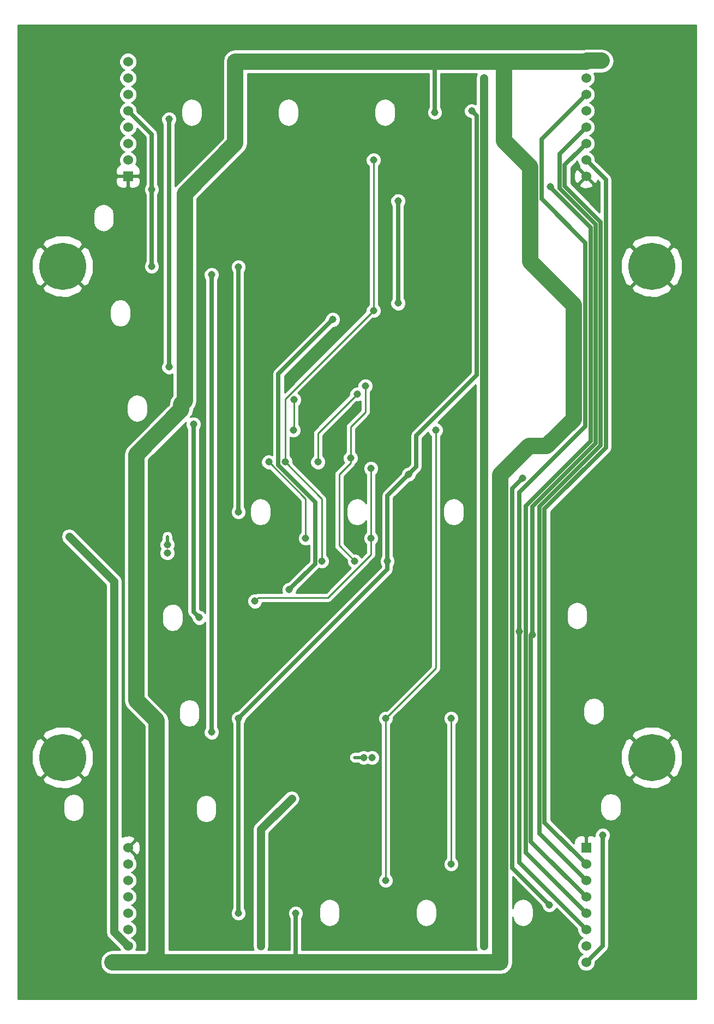
<source format=gbl>
G04 #@! TF.FileFunction,Copper,L2,Bot,Signal*
%FSLAX45Y45*%
G04 Gerber Fmt 4.5, Leading zero omitted, Abs format (unit mm)*
G04 Created by KiCad (PCBNEW (2015-01-16 BZR 5376)-product) date 3/22/2015 17:44:56*
%MOMM*%
G01*
G04 APERTURE LIST*
%ADD10C,0.254000*%
%ADD11R,1.524000X1.524000*%
%ADD12C,1.524000*%
%ADD13C,7.300000*%
%ADD14C,1.142998*%
%ADD15C,1.143000*%
%ADD16C,1.142999*%
%ADD17C,0.508000*%
%ADD18C,0.635000*%
%ADD19C,1.270000*%
%ADD20C,2.540000*%
G04 APERTURE END LIST*
D10*
D11*
X8890000Y2413000D03*
D12*
X8890000Y2159000D03*
X8890000Y1905000D03*
X8890000Y1651000D03*
X8890000Y1397000D03*
X8890000Y1143000D03*
X8890000Y889000D03*
X8890000Y635000D03*
D13*
X762000Y3810000D03*
D11*
X8890000Y14605000D03*
D12*
X8890000Y14351000D03*
X8890000Y14097000D03*
X8890000Y13843000D03*
X8890000Y13589000D03*
X8890000Y13335000D03*
X8890000Y13081000D03*
X8890000Y12827000D03*
D11*
X1778000Y635000D03*
D12*
X1778000Y889000D03*
X1778000Y1143000D03*
X1778000Y1397000D03*
X1778000Y1651000D03*
X1778000Y1905000D03*
X1778000Y2159000D03*
X1778000Y2413000D03*
D11*
X1778000Y12827000D03*
D12*
X1778000Y13081000D03*
X1778000Y13335000D03*
X1778000Y13589000D03*
X1778000Y13843000D03*
X1778000Y14097000D03*
X1778000Y14351000D03*
X1778000Y14605000D03*
D13*
X9906000Y11430000D03*
X9906000Y3810000D03*
X762000Y11430000D03*
D14*
X2387600Y7112000D03*
X5435600Y3810000D03*
D15*
X2387600Y6985000D03*
X5562600Y3810000D03*
D14*
X5295900Y6858000D03*
D16*
X5232400Y8458200D03*
X5461000Y9575800D03*
D14*
X8056882Y5715763D03*
X5778500Y4419600D03*
X3962400Y8394700D03*
X6553200Y8890000D03*
X4533900Y7213600D03*
X4356100Y9359900D03*
D16*
X4343400Y8890000D03*
D14*
X5778500Y1905000D03*
X3492500Y1397000D03*
X5334000Y9448800D03*
X7112000Y13843000D03*
X3492500Y4419600D03*
X5803900Y6858000D03*
X4724400Y8394700D03*
X6134100Y8204200D03*
X2146300Y11430000D03*
D15*
X8331200Y12661900D03*
D14*
X2146300Y12623800D03*
X3746500Y6235700D03*
X5549900Y7213600D03*
X5549900Y8293100D03*
X7848600Y5765800D03*
X6794500Y2159000D03*
X6794500Y4419600D03*
X4216400Y8394700D03*
X5588000Y13081000D03*
X4787900Y6858000D03*
X5588000Y10744200D03*
D15*
X9906000Y11684000D03*
X9652000Y11430000D03*
X9906000Y11176000D03*
X10160000Y11430000D03*
X10096500Y11620500D03*
X9715500Y11620500D03*
X9715500Y11239500D03*
X10096500Y11239500D03*
X9906000Y4064000D03*
X9906000Y3556000D03*
X10160000Y3810000D03*
X9652000Y3810000D03*
X10096500Y3619500D03*
X10096500Y4000500D03*
X9715500Y4000500D03*
X9715500Y3619500D03*
X762000Y11684000D03*
X1016000Y11430000D03*
X762000Y11176000D03*
X508000Y11430000D03*
X952500Y11620500D03*
X571500Y11620500D03*
X571500Y11239500D03*
X952500Y11239500D03*
X762000Y4064000D03*
X762000Y3556000D03*
X1016000Y3810000D03*
X508000Y3810000D03*
X952500Y4000500D03*
X571500Y4000500D03*
X571500Y3619500D03*
X952500Y3619500D03*
D14*
X2514600Y2413000D03*
X2654300Y2413000D03*
X2794000Y2413000D03*
X2933700Y2413000D03*
X6591300Y2413000D03*
X6438900Y2413000D03*
X6299200Y2413000D03*
X6159500Y2413000D03*
X6311900Y11430000D03*
X6438900Y11430000D03*
X6565900Y11430000D03*
X6692900Y11430000D03*
X5613400Y8458200D03*
X2387600Y7493000D03*
X2387600Y7366000D03*
X5016500Y3810000D03*
X5156200Y3810000D03*
X2921000Y12319000D03*
X2921000Y12192000D03*
X2921000Y12065000D03*
X2921000Y11938000D03*
X4699000Y10668000D03*
X4699000Y10795000D03*
X4699000Y10922000D03*
X4699000Y11049000D03*
X863600Y7239000D03*
D15*
X3839052Y889000D03*
X7302500Y14351000D03*
X7302500Y889000D03*
X4318000Y3175000D03*
D14*
X4279900Y6413500D03*
X4953000Y10604500D03*
X2208490Y3033990D03*
X4381500Y1397000D03*
X4381500Y635000D03*
X1905000Y6328863D03*
X7556500Y7620000D03*
X8699500Y9258300D03*
X6540500Y14605000D03*
X6540500Y13817600D03*
X1905000Y4699000D03*
D15*
X9144000Y2603500D03*
X2603500Y9207500D03*
D14*
X9131300Y14617700D03*
X3441700Y14605000D03*
X7556500Y635000D03*
D15*
X1536700Y635000D03*
D14*
X2413000Y9867900D03*
D15*
X2413000Y13716000D03*
D14*
X2794000Y8978900D03*
X2882900Y5981700D03*
D15*
X8318500Y1524000D03*
D16*
X7899400Y8140700D03*
X5969000Y12446000D03*
X5969000Y10858500D03*
D14*
X3492500Y11417300D03*
X3492500Y7620000D03*
X3073400Y11303000D03*
X3073400Y4203700D03*
D17*
X2387600Y7239000D02*
X2387600Y7124700D01*
X2387600Y7124700D02*
X2387600Y7112000D01*
X5295900Y3810000D02*
X5435600Y3810000D01*
D10*
X5232400Y8940800D02*
X5461000Y9169400D01*
X5461000Y9169400D02*
X5461000Y9575800D01*
X5232400Y8458200D02*
X5232400Y8940800D01*
X5295900Y6858000D02*
X5054600Y7099300D01*
X5054600Y7099300D02*
X5054600Y8199578D01*
X5054600Y8199578D02*
X5232400Y8377378D01*
X5232400Y8377378D02*
X5232400Y8458200D01*
D18*
X8890000Y1651000D02*
X8034018Y2506982D01*
X8034018Y2506982D02*
X8034018Y5692899D01*
X8034018Y5692899D02*
X8056882Y5715763D01*
X8890000Y13589000D02*
X8478518Y13177518D01*
X8478518Y13177518D02*
X8478518Y12643309D01*
X8478518Y12643309D02*
X9037318Y12084509D01*
X9037318Y12084509D02*
X9037318Y8684523D01*
X9037318Y8684523D02*
X8056882Y7704087D01*
X8056882Y7704087D02*
X8056882Y5796585D01*
X8056882Y5796585D02*
X8056882Y5715763D01*
D10*
X3962400Y8394700D02*
X4533900Y7823200D01*
X4533900Y7823200D02*
X4533900Y7213600D01*
X5778500Y4419600D02*
X6553200Y5194300D01*
X6553200Y5194300D02*
X6553200Y8890000D01*
X4356100Y9359900D02*
X4356100Y8902700D01*
X4356100Y8902700D02*
X4343400Y8890000D01*
X5778500Y4419600D02*
X5778500Y1905000D01*
D18*
X8890000Y1905000D02*
X8166100Y2628900D01*
X8166100Y2628900D02*
X8166100Y7701949D01*
X8166100Y7701949D02*
X9116059Y8651908D01*
X9116059Y8651908D02*
X9116059Y12117125D01*
X9116059Y12117125D02*
X8557259Y12675925D01*
X8557259Y12675925D02*
X8557259Y13002259D01*
X8557259Y13002259D02*
X8813800Y13258800D01*
X8813800Y13258800D02*
X8890000Y13335000D01*
X3492500Y4419600D02*
X3492500Y1397000D01*
X5803900Y6858000D02*
X5803900Y7874839D01*
X3492500Y4419600D02*
X5803900Y6731000D01*
X5803900Y6731000D02*
X5803900Y6858000D01*
D10*
X4724400Y8839200D02*
X5334000Y9448800D01*
X4724400Y8394700D02*
X4724400Y8839200D01*
D18*
X6252132Y8322232D02*
X6134100Y8204200D01*
X6252132Y8804832D02*
X6252132Y8322232D01*
X7192009Y9744709D02*
X6252132Y8804832D01*
X7192009Y13762991D02*
X7192009Y9744709D01*
X7112000Y13843000D02*
X7192009Y13762991D01*
X6076111Y8147050D02*
X5803900Y7874839D01*
X6076950Y8147050D02*
X6076111Y8147050D01*
X6134100Y8204200D02*
X6076950Y8147050D01*
X1778000Y13843000D02*
X2146300Y13474700D01*
X8890000Y1397000D02*
X7952740Y2334260D01*
X7952740Y2334260D02*
X7952740Y7715309D01*
X7952740Y7715309D02*
X8958577Y8721146D01*
X8958577Y8721146D02*
X8958577Y12034523D01*
X8958577Y12034523D02*
X8388350Y12604750D01*
X8388350Y12604750D02*
X8331200Y12661900D01*
X2146300Y13474700D02*
X2146300Y12623800D01*
X2146300Y12542978D02*
X2146300Y11430000D01*
X2146300Y12623800D02*
X2146300Y12542978D01*
D10*
X4883150Y6292850D02*
X5549900Y6959600D01*
X5549900Y6959600D02*
X5549900Y7213600D01*
X3746500Y6235700D02*
X3803650Y6292850D01*
X3803650Y6292850D02*
X4883150Y6292850D01*
X5549900Y7213600D02*
X5549900Y8293100D01*
D18*
X8890000Y1143000D02*
X7851137Y2181863D01*
X7848600Y7921856D02*
X7848600Y5765800D01*
X8873491Y8946748D02*
X7848600Y7921856D01*
X8873491Y11796749D02*
X8873491Y8946748D01*
X8195311Y12474929D02*
X8873491Y11796749D01*
X8195311Y13402311D02*
X8195311Y12474929D01*
X8890000Y14097000D02*
X8195311Y13402311D01*
X7851137Y5682441D02*
X7851137Y2181863D01*
X7848600Y5684978D02*
X7851137Y5682441D01*
X7848600Y5765800D02*
X7848600Y5684978D01*
D10*
X6794500Y4419600D02*
X6794500Y2159000D01*
X4216400Y8394700D02*
X4216400Y9372600D01*
X4216400Y9372600D02*
X5588000Y10744200D01*
X4216400Y8394700D02*
X4787900Y7823200D01*
X4787900Y7823200D02*
X4787900Y6858000D01*
X5588000Y10744200D02*
X5588000Y13081000D01*
D18*
X9194800Y8619293D02*
X9194800Y12776200D01*
X8244841Y7669333D02*
X9194800Y8619293D01*
X8244841Y2804159D02*
X8244841Y7669333D01*
X8890000Y2159000D02*
X8244841Y2804159D01*
X9194800Y12776200D02*
X8890000Y13081000D01*
D19*
X9906000Y11684000D02*
X9906000Y11430000D01*
X9652000Y11430000D02*
X9906000Y11430000D01*
X9906000Y11430000D02*
X9906000Y11176000D01*
X9906000Y11430000D02*
X10160000Y11430000D01*
X10096500Y11620500D02*
X9906000Y11430000D01*
X9906000Y11430000D02*
X9715500Y11620500D01*
X9715500Y11239500D02*
X9906000Y11430000D01*
X10096500Y11239500D02*
X9906000Y11430000D01*
X9906000Y3810000D02*
X9906000Y4064000D01*
X9906000Y3556000D02*
X9906000Y3810000D01*
X9906000Y3810000D02*
X10160000Y3810000D01*
X9652000Y3810000D02*
X9906000Y3810000D01*
X9906000Y3810000D02*
X10096500Y3619500D01*
X10096500Y4000500D02*
X9906000Y3810000D01*
X9906000Y3810000D02*
X9715500Y4000500D01*
X9906000Y3810000D02*
X9715500Y3619500D01*
X762000Y11684000D02*
X762000Y11430000D01*
X762000Y11430000D02*
X1016000Y11430000D01*
X762000Y11176000D02*
X762000Y11430000D01*
X762000Y11430000D02*
X508000Y11430000D01*
X952500Y11620500D02*
X762000Y11430000D01*
X762000Y11430000D02*
X571500Y11620500D01*
X571500Y11239500D02*
X762000Y11430000D01*
X762000Y11430000D02*
X952500Y11239500D01*
X762000Y4064000D02*
X762000Y3810000D01*
X762000Y3810000D02*
X762000Y3556000D01*
X1016000Y3810000D02*
X762000Y3810000D01*
X762000Y3810000D02*
X508000Y3810000D01*
X952500Y4000500D02*
X762000Y3810000D01*
X762000Y3810000D02*
X571500Y4000500D01*
X571500Y3619500D02*
X762000Y3810000D01*
X762000Y3810000D02*
X952500Y3619500D01*
D17*
X2514600Y2413000D02*
X2654300Y2413000D01*
X2794000Y2413000D02*
X2959100Y2413000D01*
X2959100Y2413000D02*
X2933700Y2413000D01*
X6311900Y11430000D02*
X6438900Y11430000D01*
X6648450Y11385550D02*
X6635750Y11372850D01*
X6635750Y11372850D02*
X6623050Y11372850D01*
X6623050Y11372850D02*
X6565900Y11430000D01*
X6565900Y11430000D02*
X6692900Y11430000D01*
X2387600Y7493000D02*
X2387600Y7366000D01*
X5016500Y3810000D02*
X5156200Y3810000D01*
X2921000Y12319000D02*
X2921000Y12192000D01*
X2921000Y12065000D02*
X2921000Y11938000D01*
X4699000Y10668000D02*
X4699000Y10795000D01*
X4699000Y10922000D02*
X4699000Y11049000D01*
D19*
X1562100Y6540500D02*
X1562100Y1104900D01*
X1562100Y1104900D02*
X1778000Y889000D01*
X863600Y7239000D02*
X1562100Y6540500D01*
X4318000Y3175000D02*
X3839052Y2696053D01*
X3839052Y2696053D02*
X3839052Y889000D01*
X7302500Y4635500D02*
X7302500Y14351000D01*
X7302500Y4635500D02*
X7302500Y4554678D01*
X7302500Y4554678D02*
X7302500Y889000D01*
D18*
X4112260Y9763760D02*
X4953000Y10604500D01*
X4112260Y8344713D02*
X4112260Y9763760D01*
X4683760Y7773213D02*
X4112260Y8344713D01*
X4683760Y6817360D02*
X4683760Y7773213D01*
X4279900Y6413500D02*
X4683760Y6817360D01*
X4381500Y1397000D02*
X4381500Y1316178D01*
X4381500Y1316178D02*
X4381500Y635000D01*
D20*
X6540500Y14605000D02*
X7611888Y14605000D01*
X1905000Y4699000D02*
X1905000Y6328863D01*
X1905000Y6328863D02*
X1905000Y8509000D01*
D18*
X1915613Y6318250D02*
X1905000Y6328863D01*
X8890000Y635000D02*
X9144000Y889000D01*
X9144000Y889000D02*
X9144000Y2603500D01*
X6540500Y13817600D02*
X6540500Y14605000D01*
D20*
X1905000Y8509000D02*
X2603500Y9207500D01*
X2222500Y4381500D02*
X1905000Y4699000D01*
D18*
X2222500Y3048000D02*
X2222500Y4381500D01*
D20*
X7611888Y13377423D02*
X7611888Y14605000D01*
X8021320Y12967991D02*
X7611888Y13377423D01*
X8021320Y11506200D02*
X8021320Y12967991D01*
X7556500Y7620000D02*
X7556500Y8196122D01*
X8001803Y8641425D02*
X8278205Y8641425D01*
X7556500Y8196122D02*
X8001803Y8641425D01*
X8699500Y9062720D02*
X8278205Y8641425D01*
X8699500Y9258300D02*
X8699500Y9062720D01*
X8699500Y10828020D02*
X8699500Y9258300D01*
X8021320Y11506200D02*
X8699500Y10828020D01*
X9050478Y14617700D02*
X9131300Y14617700D01*
X6540500Y14605000D02*
X3441700Y14605000D01*
X8902700Y14617700D02*
X8890000Y14605000D01*
X9131300Y14617700D02*
X8902700Y14617700D01*
X8890000Y14605000D02*
X7611888Y14605000D01*
X4381500Y635000D02*
X7556500Y635000D01*
X7556500Y635000D02*
X7556500Y7620000D01*
X2222500Y4381500D02*
X2222500Y985978D01*
X1536700Y635000D02*
X1778000Y635000D01*
X2222500Y749300D02*
X2222500Y985978D01*
X2108200Y635000D02*
X2222500Y749300D01*
X1778000Y635000D02*
X2108200Y635000D01*
X2108200Y635000D02*
X4381500Y635000D01*
X2603500Y9288322D02*
X2658110Y9342932D01*
X2603500Y9207500D02*
X2603500Y9288322D01*
X3441700Y13342027D02*
X2658110Y12558437D01*
X3441700Y14605000D02*
X3441700Y13342027D01*
X2658110Y9342932D02*
X2658110Y12558437D01*
D18*
X2413000Y13716000D02*
X2413000Y9867900D01*
X2794000Y6070600D02*
X2882900Y5981700D01*
X2794000Y8978900D02*
X2794000Y6070600D01*
X7842250Y8083550D02*
X7899400Y8140700D01*
X8318500Y1524000D02*
X7744460Y2098040D01*
X7744460Y2098040D02*
X7744460Y7985760D01*
X7744460Y7985760D02*
X7842250Y8083550D01*
X5969000Y12446000D02*
X5969000Y12192000D01*
X5969000Y10858500D02*
X5969000Y12192000D01*
X3492500Y11417300D02*
X3492500Y7620000D01*
X3073400Y11303000D02*
X3073400Y4203700D01*
D10*
G36*
X7195123Y825500D02*
X6997640Y825500D01*
X6997640Y7566937D01*
X6997640Y7675303D01*
X6985194Y7737871D01*
X6949752Y7790915D01*
X6896709Y7826357D01*
X6834140Y7838803D01*
X6771571Y7826357D01*
X6718528Y7790915D01*
X6683086Y7737871D01*
X6670640Y7675303D01*
X6670640Y7566937D01*
X6683086Y7504369D01*
X6718528Y7451325D01*
X6771571Y7415883D01*
X6834140Y7403437D01*
X6896709Y7415883D01*
X6949752Y7451325D01*
X6985194Y7504369D01*
X6997640Y7566937D01*
X6997640Y825500D01*
X6915171Y825500D01*
X6915171Y2182894D01*
X6896842Y2227253D01*
X6870700Y2253441D01*
X6870700Y4325191D01*
X6896722Y4351168D01*
X6915129Y4395496D01*
X6915171Y4443494D01*
X6896842Y4487853D01*
X6862932Y4521822D01*
X6818604Y4540229D01*
X6770606Y4540271D01*
X6726247Y4521942D01*
X6692278Y4488032D01*
X6673871Y4443704D01*
X6673829Y4395707D01*
X6692158Y4351347D01*
X6718300Y4325159D01*
X6718300Y2253409D01*
X6692278Y2227432D01*
X6673871Y2183104D01*
X6673829Y2135107D01*
X6692158Y2090747D01*
X6726068Y2056778D01*
X6770396Y2038371D01*
X6818393Y2038329D01*
X6862753Y2056658D01*
X6896722Y2090568D01*
X6915129Y2134896D01*
X6915171Y2182894D01*
X6915171Y825500D01*
X6570860Y825500D01*
X6570860Y1351247D01*
X6570860Y1459613D01*
X6558414Y1522181D01*
X6522972Y1575225D01*
X6469929Y1610667D01*
X6407360Y1623113D01*
X6344791Y1610667D01*
X6291748Y1575225D01*
X6256306Y1522181D01*
X6243860Y1459613D01*
X6243860Y1351247D01*
X6256306Y1288679D01*
X6291748Y1235635D01*
X6344791Y1200193D01*
X6407360Y1187747D01*
X6469929Y1200193D01*
X6522972Y1235635D01*
X6558414Y1288679D01*
X6570860Y1351247D01*
X6570860Y825500D01*
X5070740Y825500D01*
X5070740Y1351247D01*
X5070740Y1459613D01*
X5058294Y1522181D01*
X5022852Y1575225D01*
X4969809Y1610667D01*
X4907240Y1623113D01*
X4844671Y1610667D01*
X4791628Y1575225D01*
X4756186Y1522181D01*
X4743740Y1459613D01*
X4743740Y1351247D01*
X4756186Y1288679D01*
X4791628Y1235635D01*
X4844671Y1200193D01*
X4907240Y1187747D01*
X4969809Y1200193D01*
X5022852Y1235635D01*
X5058294Y1288679D01*
X5070740Y1351247D01*
X5070740Y825500D01*
X4476750Y825500D01*
X4476750Y1316178D01*
X4476750Y1321608D01*
X4483722Y1328568D01*
X4502129Y1372896D01*
X4502171Y1420893D01*
X4483842Y1465253D01*
X4449932Y1499222D01*
X4405604Y1517629D01*
X4357607Y1517671D01*
X4313247Y1499342D01*
X4279278Y1465432D01*
X4260871Y1421104D01*
X4260829Y1373107D01*
X4279158Y1328747D01*
X4286250Y1321643D01*
X4286250Y1316178D01*
X4286250Y825500D01*
X3946430Y825500D01*
X3956385Y840399D01*
X3966052Y889000D01*
X3966052Y2643447D01*
X4407803Y3085197D01*
X4435333Y3126399D01*
X4445000Y3175000D01*
X4435333Y3223601D01*
X4407803Y3264803D01*
X4366601Y3292333D01*
X4318000Y3302000D01*
X4269399Y3292333D01*
X4228198Y3264803D01*
X3749250Y2785855D01*
X3721720Y2744653D01*
X3712052Y2696053D01*
X3712052Y2696052D01*
X3712052Y889000D01*
X3721720Y840399D01*
X3731675Y825500D01*
X3155933Y825500D01*
X3155933Y2962715D01*
X3155933Y3071081D01*
X3143487Y3133649D01*
X3108045Y3186693D01*
X3055002Y3222135D01*
X2992433Y3234581D01*
X2929864Y3222135D01*
X2894455Y3198475D01*
X2894455Y4445622D01*
X2894455Y4553988D01*
X2882009Y4616556D01*
X2846567Y4669600D01*
X2793524Y4705042D01*
X2730955Y4717488D01*
X2668386Y4705042D01*
X2632978Y4681383D01*
X2632978Y5928530D01*
X2632978Y6036896D01*
X2620532Y6099464D01*
X2585090Y6152508D01*
X2532047Y6187950D01*
X2508271Y6192679D01*
X2508271Y7008893D01*
X2491888Y7048543D01*
X2508229Y7087896D01*
X2508271Y7135893D01*
X2489942Y7180253D01*
X2476500Y7193719D01*
X2476500Y7239000D01*
X2469733Y7273021D01*
X2450462Y7301862D01*
X2421621Y7321133D01*
X2387600Y7327900D01*
X2353579Y7321133D01*
X2324738Y7301862D01*
X2305467Y7273021D01*
X2298700Y7239000D01*
X2298700Y7193731D01*
X2285378Y7180432D01*
X2266971Y7136104D01*
X2266929Y7088106D01*
X2283312Y7048457D01*
X2266971Y7009104D01*
X2266929Y6961106D01*
X2285258Y6916746D01*
X2319168Y6882777D01*
X2363496Y6864371D01*
X2411494Y6864329D01*
X2455854Y6882658D01*
X2489823Y6916568D01*
X2508229Y6960896D01*
X2508271Y7008893D01*
X2508271Y6192679D01*
X2469478Y6200396D01*
X2406909Y6187950D01*
X2353866Y6152508D01*
X2318424Y6099464D01*
X2305978Y6036896D01*
X2305978Y5928530D01*
X2318424Y5865962D01*
X2353866Y5812918D01*
X2406909Y5777476D01*
X2469478Y5765030D01*
X2532047Y5777476D01*
X2585090Y5812918D01*
X2620532Y5865962D01*
X2632978Y5928530D01*
X2632978Y4681383D01*
X2615343Y4669600D01*
X2579901Y4616556D01*
X2567455Y4553988D01*
X2567455Y4445622D01*
X2579901Y4383054D01*
X2615343Y4330010D01*
X2668386Y4294568D01*
X2730955Y4282122D01*
X2793524Y4294568D01*
X2846567Y4330010D01*
X2882009Y4383054D01*
X2894455Y4445622D01*
X2894455Y3198475D01*
X2876821Y3186693D01*
X2841379Y3133649D01*
X2828933Y3071081D01*
X2828933Y2962715D01*
X2841379Y2900147D01*
X2876821Y2847103D01*
X2929864Y2811661D01*
X2992433Y2799215D01*
X3055002Y2811661D01*
X3108045Y2847103D01*
X3143487Y2900147D01*
X3155933Y2962715D01*
X3155933Y825500D01*
X2413000Y825500D01*
X2413000Y985978D01*
X2413000Y4381500D01*
X2398499Y4454401D01*
X2357204Y4516204D01*
X2095500Y4777908D01*
X2095500Y6328863D01*
X2095500Y8430092D01*
X2676893Y9011485D01*
X2673371Y9003004D01*
X2673329Y8955007D01*
X2691658Y8910647D01*
X2698750Y8903543D01*
X2698750Y6070600D01*
X2706001Y6034149D01*
X2726648Y6003248D01*
X2762238Y5967658D01*
X2762229Y5957806D01*
X2780558Y5913447D01*
X2814468Y5879478D01*
X2858796Y5861071D01*
X2906793Y5861029D01*
X2951153Y5879358D01*
X2978150Y5906308D01*
X2978150Y4279092D01*
X2971178Y4272132D01*
X2952771Y4227804D01*
X2952729Y4179806D01*
X2971058Y4135447D01*
X3004968Y4101478D01*
X3049296Y4083071D01*
X3097293Y4083029D01*
X3141653Y4101358D01*
X3175622Y4135268D01*
X3194029Y4179596D01*
X3194071Y4227594D01*
X3175742Y4271953D01*
X3168650Y4279058D01*
X3168650Y11227608D01*
X3175622Y11234568D01*
X3194029Y11278896D01*
X3194071Y11326893D01*
X3175742Y11371253D01*
X3141832Y11405222D01*
X3097504Y11423629D01*
X3049506Y11423671D01*
X3005147Y11405342D01*
X2971178Y11371432D01*
X2952771Y11327104D01*
X2952729Y11279106D01*
X2971058Y11234747D01*
X2978150Y11227643D01*
X2978150Y6057057D01*
X2951332Y6083922D01*
X2907004Y6102329D01*
X2896966Y6102338D01*
X2889250Y6110054D01*
X2889250Y8903508D01*
X2896222Y8910468D01*
X2914629Y8954796D01*
X2914671Y9002794D01*
X2896342Y9047153D01*
X2862432Y9081122D01*
X2818104Y9099529D01*
X2770107Y9099571D01*
X2750750Y9091573D01*
X2779499Y9134599D01*
X2794000Y9207500D01*
X2794000Y9210004D01*
X2834109Y9270031D01*
X2848610Y9342932D01*
X2848610Y9342932D01*
X2848610Y12479529D01*
X3576404Y13207323D01*
X3617699Y13269126D01*
X3632200Y13342027D01*
X3632200Y13342027D01*
X3632200Y14414500D01*
X6445250Y14414500D01*
X6445250Y13892992D01*
X6438278Y13886032D01*
X6419871Y13841704D01*
X6419829Y13793706D01*
X6438158Y13749347D01*
X6472068Y13715378D01*
X6516396Y13696971D01*
X6564393Y13696929D01*
X6608753Y13715258D01*
X6642722Y13749168D01*
X6661129Y13793496D01*
X6661171Y13841493D01*
X6642842Y13885853D01*
X6635750Y13892957D01*
X6635750Y14414500D01*
X7195123Y14414500D01*
X7185167Y14399601D01*
X7175500Y14351000D01*
X7175500Y13947270D01*
X7136104Y13963629D01*
X7088106Y13963671D01*
X7043747Y13945342D01*
X7009778Y13911432D01*
X6991371Y13867104D01*
X6991329Y13819106D01*
X7009658Y13774747D01*
X7043568Y13740778D01*
X7087896Y13722371D01*
X7096759Y13722363D01*
X7096759Y9784163D01*
X6184780Y8872184D01*
X6164133Y8841283D01*
X6156882Y8804832D01*
X6156882Y8361686D01*
X6120058Y8324862D01*
X6110206Y8324871D01*
X6089671Y8316386D01*
X6089671Y10882394D01*
X6071342Y10926753D01*
X6064250Y10933858D01*
X6064250Y12192000D01*
X6064250Y12370608D01*
X6071222Y12377568D01*
X6089629Y12421896D01*
X6089671Y12469893D01*
X6071342Y12514253D01*
X6037432Y12548222D01*
X5993104Y12566629D01*
X5945106Y12566671D01*
X5930445Y12560613D01*
X5930445Y13761917D01*
X5930445Y13870283D01*
X5917999Y13932851D01*
X5882557Y13985895D01*
X5829514Y14021337D01*
X5766945Y14033783D01*
X5704376Y14021337D01*
X5651333Y13985895D01*
X5615891Y13932851D01*
X5603445Y13870283D01*
X5603445Y13761917D01*
X5615891Y13699349D01*
X5651333Y13646305D01*
X5704376Y13610863D01*
X5766945Y13598417D01*
X5829514Y13610863D01*
X5882557Y13646305D01*
X5917999Y13699349D01*
X5930445Y13761917D01*
X5930445Y12560613D01*
X5900747Y12548342D01*
X5866778Y12514432D01*
X5848371Y12470104D01*
X5848329Y12422106D01*
X5866658Y12377747D01*
X5873750Y12370643D01*
X5873750Y12192000D01*
X5873750Y10933892D01*
X5866778Y10926932D01*
X5848371Y10882604D01*
X5848329Y10834607D01*
X5866658Y10790247D01*
X5900568Y10756278D01*
X5944896Y10737871D01*
X5992893Y10737829D01*
X6037253Y10756158D01*
X6071222Y10790068D01*
X6089629Y10834396D01*
X6089671Y10882394D01*
X6089671Y8316386D01*
X6065847Y8306542D01*
X6031878Y8272632D01*
X6013471Y8228304D01*
X6013462Y8218266D01*
X6011288Y8216092D01*
X6008759Y8214402D01*
X5736548Y7942191D01*
X5715900Y7911290D01*
X5708671Y7874944D01*
X5708671Y10768094D01*
X5690342Y10812453D01*
X5664200Y10838641D01*
X5664200Y12986591D01*
X5690222Y13012568D01*
X5708629Y13056896D01*
X5708671Y13104893D01*
X5690342Y13149253D01*
X5656432Y13183222D01*
X5612104Y13201629D01*
X5564107Y13201671D01*
X5519747Y13183342D01*
X5485778Y13149432D01*
X5467371Y13105104D01*
X5467329Y13057106D01*
X5485658Y13012747D01*
X5511800Y12986559D01*
X5511800Y10838609D01*
X5485778Y10812632D01*
X5467371Y10768304D01*
X5467339Y10731302D01*
X4207510Y9471473D01*
X4207510Y9724306D01*
X4967042Y10483838D01*
X4976894Y10483829D01*
X5021253Y10502158D01*
X5055222Y10536068D01*
X5073629Y10580396D01*
X5073671Y10628394D01*
X5055342Y10672753D01*
X5021432Y10706722D01*
X4977104Y10725129D01*
X4929107Y10725171D01*
X4884747Y10706842D01*
X4850778Y10672932D01*
X4832371Y10628604D01*
X4832362Y10618566D01*
X4430490Y10216694D01*
X4430490Y13761917D01*
X4430490Y13870283D01*
X4418044Y13932851D01*
X4382602Y13985895D01*
X4329559Y14021337D01*
X4266990Y14033783D01*
X4204421Y14021337D01*
X4151378Y13985895D01*
X4115936Y13932851D01*
X4103490Y13870283D01*
X4103490Y13761917D01*
X4115936Y13699349D01*
X4151378Y13646305D01*
X4204421Y13610863D01*
X4266990Y13598417D01*
X4329559Y13610863D01*
X4382602Y13646305D01*
X4418044Y13699349D01*
X4430490Y13761917D01*
X4430490Y10216694D01*
X4044908Y9831112D01*
X4024260Y9800211D01*
X4017010Y9763760D01*
X4017010Y8502662D01*
X3986504Y8515329D01*
X3938506Y8515371D01*
X3894147Y8497042D01*
X3860178Y8463132D01*
X3841771Y8418804D01*
X3841729Y8370806D01*
X3860058Y8326447D01*
X3893968Y8292478D01*
X3938296Y8274071D01*
X3975298Y8274039D01*
X4457700Y7791637D01*
X4457700Y7308009D01*
X4431678Y7282032D01*
X4413271Y7237704D01*
X4413229Y7189706D01*
X4431558Y7145347D01*
X4465468Y7111378D01*
X4509796Y7092971D01*
X4557794Y7092929D01*
X4588510Y7105621D01*
X4588510Y6856814D01*
X4265858Y6534162D01*
X4256007Y6534171D01*
X4211647Y6515842D01*
X4177678Y6481932D01*
X4159271Y6437604D01*
X4159229Y6389606D01*
X4167723Y6369050D01*
X3997400Y6369050D01*
X3997400Y7566937D01*
X3997400Y7675303D01*
X3984954Y7737871D01*
X3949512Y7790915D01*
X3896469Y7826357D01*
X3833900Y7838803D01*
X3771331Y7826357D01*
X3718288Y7790915D01*
X3682846Y7737871D01*
X3670400Y7675303D01*
X3670400Y7566937D01*
X3682846Y7504369D01*
X3718288Y7451325D01*
X3771331Y7415883D01*
X3833900Y7403437D01*
X3896469Y7415883D01*
X3949512Y7451325D01*
X3984954Y7504369D01*
X3997400Y7566937D01*
X3997400Y6369050D01*
X3803650Y6369050D01*
X3774489Y6363249D01*
X3764140Y6356335D01*
X3764140Y6356335D01*
X3722606Y6356371D01*
X3678247Y6338042D01*
X3644278Y6304132D01*
X3625871Y6259804D01*
X3625829Y6211806D01*
X3644158Y6167447D01*
X3678068Y6133478D01*
X3722396Y6115071D01*
X3770393Y6115029D01*
X3814753Y6133358D01*
X3848722Y6167268D01*
X3867129Y6211596D01*
X3867133Y6216650D01*
X4883150Y6216650D01*
X4883150Y6216650D01*
X4912310Y6222450D01*
X4912310Y6222450D01*
X4937031Y6238968D01*
X5603781Y6905718D01*
X5603782Y6905718D01*
X5613683Y6920538D01*
X5620300Y6930439D01*
X5620300Y6930440D01*
X5626100Y6959600D01*
X5626100Y7119191D01*
X5652122Y7145168D01*
X5670529Y7189496D01*
X5670571Y7237493D01*
X5652242Y7281853D01*
X5626100Y7308041D01*
X5626100Y8198691D01*
X5652122Y8224668D01*
X5670529Y8268996D01*
X5670571Y8316993D01*
X5652242Y8361353D01*
X5618332Y8395322D01*
X5574004Y8413729D01*
X5526007Y8413771D01*
X5481647Y8395442D01*
X5447678Y8361532D01*
X5429271Y8317204D01*
X5429229Y8269206D01*
X5447558Y8224847D01*
X5473700Y8198659D01*
X5473700Y7754894D01*
X5449632Y7790915D01*
X5396589Y7826357D01*
X5334020Y7838803D01*
X5271451Y7826357D01*
X5218408Y7790915D01*
X5182966Y7737871D01*
X5170520Y7675303D01*
X5170520Y7566937D01*
X5182966Y7504369D01*
X5218408Y7451325D01*
X5271451Y7415883D01*
X5334020Y7403437D01*
X5396589Y7415883D01*
X5449632Y7451325D01*
X5473700Y7487346D01*
X5473700Y7308009D01*
X5447678Y7282032D01*
X5429271Y7237704D01*
X5429229Y7189706D01*
X5447558Y7145347D01*
X5473700Y7119159D01*
X5473700Y6991163D01*
X5401326Y6918789D01*
X5398242Y6926253D01*
X5364332Y6960222D01*
X5320004Y6978629D01*
X5283002Y6978661D01*
X5130800Y7130863D01*
X5130800Y8168015D01*
X5286282Y8323496D01*
X5286282Y8323496D01*
X5296183Y8338316D01*
X5302800Y8348217D01*
X5302800Y8348217D01*
X5305228Y8360425D01*
X5334622Y8389768D01*
X5353029Y8434096D01*
X5353071Y8482094D01*
X5334742Y8526453D01*
X5308600Y8552641D01*
X5308600Y8909237D01*
X5514882Y9115518D01*
X5514882Y9115519D01*
X5531400Y9140240D01*
X5537200Y9169400D01*
X5537200Y9169400D01*
X5537200Y9481391D01*
X5563222Y9507368D01*
X5581629Y9551696D01*
X5581671Y9599694D01*
X5563342Y9644053D01*
X5529432Y9678022D01*
X5485104Y9696429D01*
X5437107Y9696471D01*
X5392747Y9678142D01*
X5358778Y9644232D01*
X5340371Y9599904D01*
X5340345Y9569445D01*
X5310107Y9569471D01*
X5265747Y9551142D01*
X5231778Y9517232D01*
X5213371Y9472904D01*
X5213339Y9435902D01*
X4670519Y8893082D01*
X4654000Y8868361D01*
X4648200Y8839200D01*
X4648200Y8489109D01*
X4622178Y8463132D01*
X4603771Y8418804D01*
X4603729Y8370806D01*
X4622058Y8326447D01*
X4655968Y8292478D01*
X4700296Y8274071D01*
X4748294Y8274029D01*
X4792653Y8292358D01*
X4826622Y8326268D01*
X4845029Y8370596D01*
X4845071Y8418594D01*
X4826742Y8462953D01*
X4800600Y8489141D01*
X4800600Y8807637D01*
X5321124Y9328161D01*
X5357894Y9328129D01*
X5384800Y9339247D01*
X5384800Y9200963D01*
X5178519Y8994682D01*
X5162000Y8969961D01*
X5156200Y8940800D01*
X5156200Y8552609D01*
X5130178Y8526632D01*
X5111771Y8482304D01*
X5111729Y8434307D01*
X5130058Y8389947D01*
X5133629Y8386370D01*
X5000719Y8253459D01*
X4984200Y8228738D01*
X4978400Y8199578D01*
X4978400Y7099300D01*
X4984200Y7070139D01*
X5000719Y7045418D01*
X5175261Y6870876D01*
X5175229Y6834106D01*
X5193558Y6789747D01*
X5227468Y6755778D01*
X5235132Y6752595D01*
X4851587Y6369050D01*
X4392080Y6369050D01*
X4400529Y6389396D01*
X4400538Y6399434D01*
X4745904Y6744800D01*
X4763796Y6737371D01*
X4811794Y6737329D01*
X4856153Y6755658D01*
X4890122Y6789568D01*
X4908529Y6833896D01*
X4908571Y6881893D01*
X4890242Y6926253D01*
X4864100Y6952441D01*
X4864100Y7823200D01*
X4858300Y7852360D01*
X4858300Y7852360D01*
X4841782Y7877081D01*
X4337039Y8381824D01*
X4337071Y8418594D01*
X4318742Y8462953D01*
X4292600Y8489141D01*
X4292600Y8780456D01*
X4319296Y8769371D01*
X4367294Y8769329D01*
X4411653Y8787658D01*
X4445622Y8821568D01*
X4464029Y8865896D01*
X4464071Y8913894D01*
X4445742Y8958253D01*
X4432300Y8971719D01*
X4432300Y9265491D01*
X4458322Y9291468D01*
X4476729Y9335796D01*
X4476771Y9383794D01*
X4458442Y9428153D01*
X4424532Y9462122D01*
X4416868Y9465305D01*
X5575124Y10623561D01*
X5611893Y10623529D01*
X5656253Y10641858D01*
X5690222Y10675768D01*
X5708629Y10720096D01*
X5708671Y10768094D01*
X5708671Y7874944D01*
X5708650Y7874839D01*
X5708650Y6933392D01*
X5701678Y6926432D01*
X5683271Y6882104D01*
X5683229Y6834106D01*
X5701558Y6789747D01*
X5708650Y6782643D01*
X5708650Y6770454D01*
X3613171Y4674975D01*
X3613171Y7643893D01*
X3594842Y7688253D01*
X3587750Y7695357D01*
X3587750Y11341908D01*
X3594722Y11348868D01*
X3613129Y11393196D01*
X3613171Y11441193D01*
X3594842Y11485553D01*
X3560932Y11519522D01*
X3516604Y11537929D01*
X3468606Y11537971D01*
X3424247Y11519642D01*
X3390278Y11485732D01*
X3371871Y11441404D01*
X3371829Y11393406D01*
X3390158Y11349047D01*
X3397250Y11341943D01*
X3397250Y7695392D01*
X3390278Y7688432D01*
X3371871Y7644104D01*
X3371829Y7596106D01*
X3390158Y7551747D01*
X3424068Y7517778D01*
X3468396Y7499371D01*
X3516393Y7499329D01*
X3560753Y7517658D01*
X3594722Y7551568D01*
X3613129Y7595896D01*
X3613171Y7643893D01*
X3613171Y4674975D01*
X3478458Y4540262D01*
X3468606Y4540271D01*
X3424247Y4521942D01*
X3390278Y4488032D01*
X3371871Y4443704D01*
X3371829Y4395707D01*
X3390158Y4351347D01*
X3397250Y4344243D01*
X3397250Y1472392D01*
X3390278Y1465432D01*
X3371871Y1421104D01*
X3371829Y1373107D01*
X3390158Y1328747D01*
X3424068Y1294778D01*
X3468396Y1276371D01*
X3516393Y1276329D01*
X3560753Y1294658D01*
X3594722Y1328568D01*
X3613129Y1372896D01*
X3613171Y1420893D01*
X3594842Y1465253D01*
X3587750Y1472357D01*
X3587750Y4344208D01*
X3594722Y4351168D01*
X3613129Y4395496D01*
X3613138Y4405534D01*
X5871252Y6663648D01*
X5891899Y6694549D01*
X5899150Y6731000D01*
X5899150Y6782608D01*
X5906122Y6789568D01*
X5924529Y6833896D01*
X5924571Y6881893D01*
X5906242Y6926253D01*
X5899150Y6933357D01*
X5899150Y7835385D01*
X6141773Y8078009D01*
X6144302Y8079698D01*
X6148142Y8083538D01*
X6157993Y8083529D01*
X6202353Y8101858D01*
X6236322Y8135768D01*
X6254729Y8180096D01*
X6254738Y8190134D01*
X6319484Y8254880D01*
X6340132Y8285782D01*
X6347382Y8322232D01*
X6347382Y8765379D01*
X6437085Y8855081D01*
X6450858Y8821747D01*
X6477000Y8795559D01*
X6477000Y5225863D01*
X5791376Y4540239D01*
X5754606Y4540271D01*
X5710247Y4521942D01*
X5676278Y4488032D01*
X5657871Y4443704D01*
X5657829Y4395707D01*
X5676158Y4351347D01*
X5702300Y4325159D01*
X5702300Y1999409D01*
X5683271Y1980413D01*
X5683271Y3833893D01*
X5664942Y3878253D01*
X5631032Y3912222D01*
X5586704Y3930629D01*
X5538707Y3930671D01*
X5499057Y3914288D01*
X5459704Y3930629D01*
X5411707Y3930671D01*
X5367347Y3912342D01*
X5353881Y3898900D01*
X5295900Y3898900D01*
X5261879Y3892133D01*
X5233038Y3872862D01*
X5213767Y3844021D01*
X5207000Y3810000D01*
X5213767Y3775979D01*
X5233038Y3747138D01*
X5261879Y3727867D01*
X5295900Y3721100D01*
X5353869Y3721100D01*
X5367168Y3707778D01*
X5411496Y3689371D01*
X5459494Y3689329D01*
X5499143Y3705712D01*
X5538496Y3689371D01*
X5586494Y3689329D01*
X5630853Y3707658D01*
X5664822Y3741568D01*
X5683229Y3785896D01*
X5683271Y3833893D01*
X5683271Y1980413D01*
X5676278Y1973432D01*
X5657871Y1929104D01*
X5657829Y1881106D01*
X5676158Y1836747D01*
X5710068Y1802778D01*
X5754396Y1784371D01*
X5802393Y1784329D01*
X5846753Y1802658D01*
X5880722Y1836568D01*
X5899129Y1880896D01*
X5899171Y1928893D01*
X5880842Y1973253D01*
X5854700Y1999441D01*
X5854700Y4325191D01*
X5880722Y4351168D01*
X5899129Y4395496D01*
X5899161Y4432498D01*
X6607081Y5140418D01*
X6607081Y5140419D01*
X6623600Y5165140D01*
X6629400Y5194300D01*
X6629400Y5194300D01*
X6629400Y8795591D01*
X6655422Y8821568D01*
X6673829Y8865896D01*
X6673871Y8913894D01*
X6655542Y8958253D01*
X6621632Y8992222D01*
X6588135Y9006132D01*
X7175500Y9593496D01*
X7175500Y4635500D01*
X7175500Y4554678D01*
X7175500Y889000D01*
X7185167Y840399D01*
X7195123Y825500D01*
X7195123Y825500D01*
G37*
X7195123Y825500D02*
X6997640Y825500D01*
X6997640Y7566937D01*
X6997640Y7675303D01*
X6985194Y7737871D01*
X6949752Y7790915D01*
X6896709Y7826357D01*
X6834140Y7838803D01*
X6771571Y7826357D01*
X6718528Y7790915D01*
X6683086Y7737871D01*
X6670640Y7675303D01*
X6670640Y7566937D01*
X6683086Y7504369D01*
X6718528Y7451325D01*
X6771571Y7415883D01*
X6834140Y7403437D01*
X6896709Y7415883D01*
X6949752Y7451325D01*
X6985194Y7504369D01*
X6997640Y7566937D01*
X6997640Y825500D01*
X6915171Y825500D01*
X6915171Y2182894D01*
X6896842Y2227253D01*
X6870700Y2253441D01*
X6870700Y4325191D01*
X6896722Y4351168D01*
X6915129Y4395496D01*
X6915171Y4443494D01*
X6896842Y4487853D01*
X6862932Y4521822D01*
X6818604Y4540229D01*
X6770606Y4540271D01*
X6726247Y4521942D01*
X6692278Y4488032D01*
X6673871Y4443704D01*
X6673829Y4395707D01*
X6692158Y4351347D01*
X6718300Y4325159D01*
X6718300Y2253409D01*
X6692278Y2227432D01*
X6673871Y2183104D01*
X6673829Y2135107D01*
X6692158Y2090747D01*
X6726068Y2056778D01*
X6770396Y2038371D01*
X6818393Y2038329D01*
X6862753Y2056658D01*
X6896722Y2090568D01*
X6915129Y2134896D01*
X6915171Y2182894D01*
X6915171Y825500D01*
X6570860Y825500D01*
X6570860Y1351247D01*
X6570860Y1459613D01*
X6558414Y1522181D01*
X6522972Y1575225D01*
X6469929Y1610667D01*
X6407360Y1623113D01*
X6344791Y1610667D01*
X6291748Y1575225D01*
X6256306Y1522181D01*
X6243860Y1459613D01*
X6243860Y1351247D01*
X6256306Y1288679D01*
X6291748Y1235635D01*
X6344791Y1200193D01*
X6407360Y1187747D01*
X6469929Y1200193D01*
X6522972Y1235635D01*
X6558414Y1288679D01*
X6570860Y1351247D01*
X6570860Y825500D01*
X5070740Y825500D01*
X5070740Y1351247D01*
X5070740Y1459613D01*
X5058294Y1522181D01*
X5022852Y1575225D01*
X4969809Y1610667D01*
X4907240Y1623113D01*
X4844671Y1610667D01*
X4791628Y1575225D01*
X4756186Y1522181D01*
X4743740Y1459613D01*
X4743740Y1351247D01*
X4756186Y1288679D01*
X4791628Y1235635D01*
X4844671Y1200193D01*
X4907240Y1187747D01*
X4969809Y1200193D01*
X5022852Y1235635D01*
X5058294Y1288679D01*
X5070740Y1351247D01*
X5070740Y825500D01*
X4476750Y825500D01*
X4476750Y1316178D01*
X4476750Y1321608D01*
X4483722Y1328568D01*
X4502129Y1372896D01*
X4502171Y1420893D01*
X4483842Y1465253D01*
X4449932Y1499222D01*
X4405604Y1517629D01*
X4357607Y1517671D01*
X4313247Y1499342D01*
X4279278Y1465432D01*
X4260871Y1421104D01*
X4260829Y1373107D01*
X4279158Y1328747D01*
X4286250Y1321643D01*
X4286250Y1316178D01*
X4286250Y825500D01*
X3946430Y825500D01*
X3956385Y840399D01*
X3966052Y889000D01*
X3966052Y2643447D01*
X4407803Y3085197D01*
X4435333Y3126399D01*
X4445000Y3175000D01*
X4435333Y3223601D01*
X4407803Y3264803D01*
X4366601Y3292333D01*
X4318000Y3302000D01*
X4269399Y3292333D01*
X4228198Y3264803D01*
X3749250Y2785855D01*
X3721720Y2744653D01*
X3712052Y2696053D01*
X3712052Y2696052D01*
X3712052Y889000D01*
X3721720Y840399D01*
X3731675Y825500D01*
X3155933Y825500D01*
X3155933Y2962715D01*
X3155933Y3071081D01*
X3143487Y3133649D01*
X3108045Y3186693D01*
X3055002Y3222135D01*
X2992433Y3234581D01*
X2929864Y3222135D01*
X2894455Y3198475D01*
X2894455Y4445622D01*
X2894455Y4553988D01*
X2882009Y4616556D01*
X2846567Y4669600D01*
X2793524Y4705042D01*
X2730955Y4717488D01*
X2668386Y4705042D01*
X2632978Y4681383D01*
X2632978Y5928530D01*
X2632978Y6036896D01*
X2620532Y6099464D01*
X2585090Y6152508D01*
X2532047Y6187950D01*
X2508271Y6192679D01*
X2508271Y7008893D01*
X2491888Y7048543D01*
X2508229Y7087896D01*
X2508271Y7135893D01*
X2489942Y7180253D01*
X2476500Y7193719D01*
X2476500Y7239000D01*
X2469733Y7273021D01*
X2450462Y7301862D01*
X2421621Y7321133D01*
X2387600Y7327900D01*
X2353579Y7321133D01*
X2324738Y7301862D01*
X2305467Y7273021D01*
X2298700Y7239000D01*
X2298700Y7193731D01*
X2285378Y7180432D01*
X2266971Y7136104D01*
X2266929Y7088106D01*
X2283312Y7048457D01*
X2266971Y7009104D01*
X2266929Y6961106D01*
X2285258Y6916746D01*
X2319168Y6882777D01*
X2363496Y6864371D01*
X2411494Y6864329D01*
X2455854Y6882658D01*
X2489823Y6916568D01*
X2508229Y6960896D01*
X2508271Y7008893D01*
X2508271Y6192679D01*
X2469478Y6200396D01*
X2406909Y6187950D01*
X2353866Y6152508D01*
X2318424Y6099464D01*
X2305978Y6036896D01*
X2305978Y5928530D01*
X2318424Y5865962D01*
X2353866Y5812918D01*
X2406909Y5777476D01*
X2469478Y5765030D01*
X2532047Y5777476D01*
X2585090Y5812918D01*
X2620532Y5865962D01*
X2632978Y5928530D01*
X2632978Y4681383D01*
X2615343Y4669600D01*
X2579901Y4616556D01*
X2567455Y4553988D01*
X2567455Y4445622D01*
X2579901Y4383054D01*
X2615343Y4330010D01*
X2668386Y4294568D01*
X2730955Y4282122D01*
X2793524Y4294568D01*
X2846567Y4330010D01*
X2882009Y4383054D01*
X2894455Y4445622D01*
X2894455Y3198475D01*
X2876821Y3186693D01*
X2841379Y3133649D01*
X2828933Y3071081D01*
X2828933Y2962715D01*
X2841379Y2900147D01*
X2876821Y2847103D01*
X2929864Y2811661D01*
X2992433Y2799215D01*
X3055002Y2811661D01*
X3108045Y2847103D01*
X3143487Y2900147D01*
X3155933Y2962715D01*
X3155933Y825500D01*
X2413000Y825500D01*
X2413000Y985978D01*
X2413000Y4381500D01*
X2398499Y4454401D01*
X2357204Y4516204D01*
X2095500Y4777908D01*
X2095500Y6328863D01*
X2095500Y8430092D01*
X2676893Y9011485D01*
X2673371Y9003004D01*
X2673329Y8955007D01*
X2691658Y8910647D01*
X2698750Y8903543D01*
X2698750Y6070600D01*
X2706001Y6034149D01*
X2726648Y6003248D01*
X2762238Y5967658D01*
X2762229Y5957806D01*
X2780558Y5913447D01*
X2814468Y5879478D01*
X2858796Y5861071D01*
X2906793Y5861029D01*
X2951153Y5879358D01*
X2978150Y5906308D01*
X2978150Y4279092D01*
X2971178Y4272132D01*
X2952771Y4227804D01*
X2952729Y4179806D01*
X2971058Y4135447D01*
X3004968Y4101478D01*
X3049296Y4083071D01*
X3097293Y4083029D01*
X3141653Y4101358D01*
X3175622Y4135268D01*
X3194029Y4179596D01*
X3194071Y4227594D01*
X3175742Y4271953D01*
X3168650Y4279058D01*
X3168650Y11227608D01*
X3175622Y11234568D01*
X3194029Y11278896D01*
X3194071Y11326893D01*
X3175742Y11371253D01*
X3141832Y11405222D01*
X3097504Y11423629D01*
X3049506Y11423671D01*
X3005147Y11405342D01*
X2971178Y11371432D01*
X2952771Y11327104D01*
X2952729Y11279106D01*
X2971058Y11234747D01*
X2978150Y11227643D01*
X2978150Y6057057D01*
X2951332Y6083922D01*
X2907004Y6102329D01*
X2896966Y6102338D01*
X2889250Y6110054D01*
X2889250Y8903508D01*
X2896222Y8910468D01*
X2914629Y8954796D01*
X2914671Y9002794D01*
X2896342Y9047153D01*
X2862432Y9081122D01*
X2818104Y9099529D01*
X2770107Y9099571D01*
X2750750Y9091573D01*
X2779499Y9134599D01*
X2794000Y9207500D01*
X2794000Y9210004D01*
X2834109Y9270031D01*
X2848610Y9342932D01*
X2848610Y9342932D01*
X2848610Y12479529D01*
X3576404Y13207323D01*
X3617699Y13269126D01*
X3632200Y13342027D01*
X3632200Y13342027D01*
X3632200Y14414500D01*
X6445250Y14414500D01*
X6445250Y13892992D01*
X6438278Y13886032D01*
X6419871Y13841704D01*
X6419829Y13793706D01*
X6438158Y13749347D01*
X6472068Y13715378D01*
X6516396Y13696971D01*
X6564393Y13696929D01*
X6608753Y13715258D01*
X6642722Y13749168D01*
X6661129Y13793496D01*
X6661171Y13841493D01*
X6642842Y13885853D01*
X6635750Y13892957D01*
X6635750Y14414500D01*
X7195123Y14414500D01*
X7185167Y14399601D01*
X7175500Y14351000D01*
X7175500Y13947270D01*
X7136104Y13963629D01*
X7088106Y13963671D01*
X7043747Y13945342D01*
X7009778Y13911432D01*
X6991371Y13867104D01*
X6991329Y13819106D01*
X7009658Y13774747D01*
X7043568Y13740778D01*
X7087896Y13722371D01*
X7096759Y13722363D01*
X7096759Y9784163D01*
X6184780Y8872184D01*
X6164133Y8841283D01*
X6156882Y8804832D01*
X6156882Y8361686D01*
X6120058Y8324862D01*
X6110206Y8324871D01*
X6089671Y8316386D01*
X6089671Y10882394D01*
X6071342Y10926753D01*
X6064250Y10933858D01*
X6064250Y12192000D01*
X6064250Y12370608D01*
X6071222Y12377568D01*
X6089629Y12421896D01*
X6089671Y12469893D01*
X6071342Y12514253D01*
X6037432Y12548222D01*
X5993104Y12566629D01*
X5945106Y12566671D01*
X5930445Y12560613D01*
X5930445Y13761917D01*
X5930445Y13870283D01*
X5917999Y13932851D01*
X5882557Y13985895D01*
X5829514Y14021337D01*
X5766945Y14033783D01*
X5704376Y14021337D01*
X5651333Y13985895D01*
X5615891Y13932851D01*
X5603445Y13870283D01*
X5603445Y13761917D01*
X5615891Y13699349D01*
X5651333Y13646305D01*
X5704376Y13610863D01*
X5766945Y13598417D01*
X5829514Y13610863D01*
X5882557Y13646305D01*
X5917999Y13699349D01*
X5930445Y13761917D01*
X5930445Y12560613D01*
X5900747Y12548342D01*
X5866778Y12514432D01*
X5848371Y12470104D01*
X5848329Y12422106D01*
X5866658Y12377747D01*
X5873750Y12370643D01*
X5873750Y12192000D01*
X5873750Y10933892D01*
X5866778Y10926932D01*
X5848371Y10882604D01*
X5848329Y10834607D01*
X5866658Y10790247D01*
X5900568Y10756278D01*
X5944896Y10737871D01*
X5992893Y10737829D01*
X6037253Y10756158D01*
X6071222Y10790068D01*
X6089629Y10834396D01*
X6089671Y10882394D01*
X6089671Y8316386D01*
X6065847Y8306542D01*
X6031878Y8272632D01*
X6013471Y8228304D01*
X6013462Y8218266D01*
X6011288Y8216092D01*
X6008759Y8214402D01*
X5736548Y7942191D01*
X5715900Y7911290D01*
X5708671Y7874944D01*
X5708671Y10768094D01*
X5690342Y10812453D01*
X5664200Y10838641D01*
X5664200Y12986591D01*
X5690222Y13012568D01*
X5708629Y13056896D01*
X5708671Y13104893D01*
X5690342Y13149253D01*
X5656432Y13183222D01*
X5612104Y13201629D01*
X5564107Y13201671D01*
X5519747Y13183342D01*
X5485778Y13149432D01*
X5467371Y13105104D01*
X5467329Y13057106D01*
X5485658Y13012747D01*
X5511800Y12986559D01*
X5511800Y10838609D01*
X5485778Y10812632D01*
X5467371Y10768304D01*
X5467339Y10731302D01*
X4207510Y9471473D01*
X4207510Y9724306D01*
X4967042Y10483838D01*
X4976894Y10483829D01*
X5021253Y10502158D01*
X5055222Y10536068D01*
X5073629Y10580396D01*
X5073671Y10628394D01*
X5055342Y10672753D01*
X5021432Y10706722D01*
X4977104Y10725129D01*
X4929107Y10725171D01*
X4884747Y10706842D01*
X4850778Y10672932D01*
X4832371Y10628604D01*
X4832362Y10618566D01*
X4430490Y10216694D01*
X4430490Y13761917D01*
X4430490Y13870283D01*
X4418044Y13932851D01*
X4382602Y13985895D01*
X4329559Y14021337D01*
X4266990Y14033783D01*
X4204421Y14021337D01*
X4151378Y13985895D01*
X4115936Y13932851D01*
X4103490Y13870283D01*
X4103490Y13761917D01*
X4115936Y13699349D01*
X4151378Y13646305D01*
X4204421Y13610863D01*
X4266990Y13598417D01*
X4329559Y13610863D01*
X4382602Y13646305D01*
X4418044Y13699349D01*
X4430490Y13761917D01*
X4430490Y10216694D01*
X4044908Y9831112D01*
X4024260Y9800211D01*
X4017010Y9763760D01*
X4017010Y8502662D01*
X3986504Y8515329D01*
X3938506Y8515371D01*
X3894147Y8497042D01*
X3860178Y8463132D01*
X3841771Y8418804D01*
X3841729Y8370806D01*
X3860058Y8326447D01*
X3893968Y8292478D01*
X3938296Y8274071D01*
X3975298Y8274039D01*
X4457700Y7791637D01*
X4457700Y7308009D01*
X4431678Y7282032D01*
X4413271Y7237704D01*
X4413229Y7189706D01*
X4431558Y7145347D01*
X4465468Y7111378D01*
X4509796Y7092971D01*
X4557794Y7092929D01*
X4588510Y7105621D01*
X4588510Y6856814D01*
X4265858Y6534162D01*
X4256007Y6534171D01*
X4211647Y6515842D01*
X4177678Y6481932D01*
X4159271Y6437604D01*
X4159229Y6389606D01*
X4167723Y6369050D01*
X3997400Y6369050D01*
X3997400Y7566937D01*
X3997400Y7675303D01*
X3984954Y7737871D01*
X3949512Y7790915D01*
X3896469Y7826357D01*
X3833900Y7838803D01*
X3771331Y7826357D01*
X3718288Y7790915D01*
X3682846Y7737871D01*
X3670400Y7675303D01*
X3670400Y7566937D01*
X3682846Y7504369D01*
X3718288Y7451325D01*
X3771331Y7415883D01*
X3833900Y7403437D01*
X3896469Y7415883D01*
X3949512Y7451325D01*
X3984954Y7504369D01*
X3997400Y7566937D01*
X3997400Y6369050D01*
X3803650Y6369050D01*
X3774489Y6363249D01*
X3764140Y6356335D01*
X3764140Y6356335D01*
X3722606Y6356371D01*
X3678247Y6338042D01*
X3644278Y6304132D01*
X3625871Y6259804D01*
X3625829Y6211806D01*
X3644158Y6167447D01*
X3678068Y6133478D01*
X3722396Y6115071D01*
X3770393Y6115029D01*
X3814753Y6133358D01*
X3848722Y6167268D01*
X3867129Y6211596D01*
X3867133Y6216650D01*
X4883150Y6216650D01*
X4883150Y6216650D01*
X4912310Y6222450D01*
X4912310Y6222450D01*
X4937031Y6238968D01*
X5603781Y6905718D01*
X5603782Y6905718D01*
X5613683Y6920538D01*
X5620300Y6930439D01*
X5620300Y6930440D01*
X5626100Y6959600D01*
X5626100Y7119191D01*
X5652122Y7145168D01*
X5670529Y7189496D01*
X5670571Y7237493D01*
X5652242Y7281853D01*
X5626100Y7308041D01*
X5626100Y8198691D01*
X5652122Y8224668D01*
X5670529Y8268996D01*
X5670571Y8316993D01*
X5652242Y8361353D01*
X5618332Y8395322D01*
X5574004Y8413729D01*
X5526007Y8413771D01*
X5481647Y8395442D01*
X5447678Y8361532D01*
X5429271Y8317204D01*
X5429229Y8269206D01*
X5447558Y8224847D01*
X5473700Y8198659D01*
X5473700Y7754894D01*
X5449632Y7790915D01*
X5396589Y7826357D01*
X5334020Y7838803D01*
X5271451Y7826357D01*
X5218408Y7790915D01*
X5182966Y7737871D01*
X5170520Y7675303D01*
X5170520Y7566937D01*
X5182966Y7504369D01*
X5218408Y7451325D01*
X5271451Y7415883D01*
X5334020Y7403437D01*
X5396589Y7415883D01*
X5449632Y7451325D01*
X5473700Y7487346D01*
X5473700Y7308009D01*
X5447678Y7282032D01*
X5429271Y7237704D01*
X5429229Y7189706D01*
X5447558Y7145347D01*
X5473700Y7119159D01*
X5473700Y6991163D01*
X5401326Y6918789D01*
X5398242Y6926253D01*
X5364332Y6960222D01*
X5320004Y6978629D01*
X5283002Y6978661D01*
X5130800Y7130863D01*
X5130800Y8168015D01*
X5286282Y8323496D01*
X5286282Y8323496D01*
X5296183Y8338316D01*
X5302800Y8348217D01*
X5302800Y8348217D01*
X5305228Y8360425D01*
X5334622Y8389768D01*
X5353029Y8434096D01*
X5353071Y8482094D01*
X5334742Y8526453D01*
X5308600Y8552641D01*
X5308600Y8909237D01*
X5514882Y9115518D01*
X5514882Y9115519D01*
X5531400Y9140240D01*
X5537200Y9169400D01*
X5537200Y9169400D01*
X5537200Y9481391D01*
X5563222Y9507368D01*
X5581629Y9551696D01*
X5581671Y9599694D01*
X5563342Y9644053D01*
X5529432Y9678022D01*
X5485104Y9696429D01*
X5437107Y9696471D01*
X5392747Y9678142D01*
X5358778Y9644232D01*
X5340371Y9599904D01*
X5340345Y9569445D01*
X5310107Y9569471D01*
X5265747Y9551142D01*
X5231778Y9517232D01*
X5213371Y9472904D01*
X5213339Y9435902D01*
X4670519Y8893082D01*
X4654000Y8868361D01*
X4648200Y8839200D01*
X4648200Y8489109D01*
X4622178Y8463132D01*
X4603771Y8418804D01*
X4603729Y8370806D01*
X4622058Y8326447D01*
X4655968Y8292478D01*
X4700296Y8274071D01*
X4748294Y8274029D01*
X4792653Y8292358D01*
X4826622Y8326268D01*
X4845029Y8370596D01*
X4845071Y8418594D01*
X4826742Y8462953D01*
X4800600Y8489141D01*
X4800600Y8807637D01*
X5321124Y9328161D01*
X5357894Y9328129D01*
X5384800Y9339247D01*
X5384800Y9200963D01*
X5178519Y8994682D01*
X5162000Y8969961D01*
X5156200Y8940800D01*
X5156200Y8552609D01*
X5130178Y8526632D01*
X5111771Y8482304D01*
X5111729Y8434307D01*
X5130058Y8389947D01*
X5133629Y8386370D01*
X5000719Y8253459D01*
X4984200Y8228738D01*
X4978400Y8199578D01*
X4978400Y7099300D01*
X4984200Y7070139D01*
X5000719Y7045418D01*
X5175261Y6870876D01*
X5175229Y6834106D01*
X5193558Y6789747D01*
X5227468Y6755778D01*
X5235132Y6752595D01*
X4851587Y6369050D01*
X4392080Y6369050D01*
X4400529Y6389396D01*
X4400538Y6399434D01*
X4745904Y6744800D01*
X4763796Y6737371D01*
X4811794Y6737329D01*
X4856153Y6755658D01*
X4890122Y6789568D01*
X4908529Y6833896D01*
X4908571Y6881893D01*
X4890242Y6926253D01*
X4864100Y6952441D01*
X4864100Y7823200D01*
X4858300Y7852360D01*
X4858300Y7852360D01*
X4841782Y7877081D01*
X4337039Y8381824D01*
X4337071Y8418594D01*
X4318742Y8462953D01*
X4292600Y8489141D01*
X4292600Y8780456D01*
X4319296Y8769371D01*
X4367294Y8769329D01*
X4411653Y8787658D01*
X4445622Y8821568D01*
X4464029Y8865896D01*
X4464071Y8913894D01*
X4445742Y8958253D01*
X4432300Y8971719D01*
X4432300Y9265491D01*
X4458322Y9291468D01*
X4476729Y9335796D01*
X4476771Y9383794D01*
X4458442Y9428153D01*
X4424532Y9462122D01*
X4416868Y9465305D01*
X5575124Y10623561D01*
X5611893Y10623529D01*
X5656253Y10641858D01*
X5690222Y10675768D01*
X5708629Y10720096D01*
X5708671Y10768094D01*
X5708671Y7874944D01*
X5708650Y7874839D01*
X5708650Y6933392D01*
X5701678Y6926432D01*
X5683271Y6882104D01*
X5683229Y6834106D01*
X5701558Y6789747D01*
X5708650Y6782643D01*
X5708650Y6770454D01*
X3613171Y4674975D01*
X3613171Y7643893D01*
X3594842Y7688253D01*
X3587750Y7695357D01*
X3587750Y11341908D01*
X3594722Y11348868D01*
X3613129Y11393196D01*
X3613171Y11441193D01*
X3594842Y11485553D01*
X3560932Y11519522D01*
X3516604Y11537929D01*
X3468606Y11537971D01*
X3424247Y11519642D01*
X3390278Y11485732D01*
X3371871Y11441404D01*
X3371829Y11393406D01*
X3390158Y11349047D01*
X3397250Y11341943D01*
X3397250Y7695392D01*
X3390278Y7688432D01*
X3371871Y7644104D01*
X3371829Y7596106D01*
X3390158Y7551747D01*
X3424068Y7517778D01*
X3468396Y7499371D01*
X3516393Y7499329D01*
X3560753Y7517658D01*
X3594722Y7551568D01*
X3613129Y7595896D01*
X3613171Y7643893D01*
X3613171Y4674975D01*
X3478458Y4540262D01*
X3468606Y4540271D01*
X3424247Y4521942D01*
X3390278Y4488032D01*
X3371871Y4443704D01*
X3371829Y4395707D01*
X3390158Y4351347D01*
X3397250Y4344243D01*
X3397250Y1472392D01*
X3390278Y1465432D01*
X3371871Y1421104D01*
X3371829Y1373107D01*
X3390158Y1328747D01*
X3424068Y1294778D01*
X3468396Y1276371D01*
X3516393Y1276329D01*
X3560753Y1294658D01*
X3594722Y1328568D01*
X3613129Y1372896D01*
X3613171Y1420893D01*
X3594842Y1465253D01*
X3587750Y1472357D01*
X3587750Y4344208D01*
X3594722Y4351168D01*
X3613129Y4395496D01*
X3613138Y4405534D01*
X5871252Y6663648D01*
X5891899Y6694549D01*
X5899150Y6731000D01*
X5899150Y6782608D01*
X5906122Y6789568D01*
X5924529Y6833896D01*
X5924571Y6881893D01*
X5906242Y6926253D01*
X5899150Y6933357D01*
X5899150Y7835385D01*
X6141773Y8078009D01*
X6144302Y8079698D01*
X6148142Y8083538D01*
X6157993Y8083529D01*
X6202353Y8101858D01*
X6236322Y8135768D01*
X6254729Y8180096D01*
X6254738Y8190134D01*
X6319484Y8254880D01*
X6340132Y8285782D01*
X6347382Y8322232D01*
X6347382Y8765379D01*
X6437085Y8855081D01*
X6450858Y8821747D01*
X6477000Y8795559D01*
X6477000Y5225863D01*
X5791376Y4540239D01*
X5754606Y4540271D01*
X5710247Y4521942D01*
X5676278Y4488032D01*
X5657871Y4443704D01*
X5657829Y4395707D01*
X5676158Y4351347D01*
X5702300Y4325159D01*
X5702300Y1999409D01*
X5683271Y1980413D01*
X5683271Y3833893D01*
X5664942Y3878253D01*
X5631032Y3912222D01*
X5586704Y3930629D01*
X5538707Y3930671D01*
X5499057Y3914288D01*
X5459704Y3930629D01*
X5411707Y3930671D01*
X5367347Y3912342D01*
X5353881Y3898900D01*
X5295900Y3898900D01*
X5261879Y3892133D01*
X5233038Y3872862D01*
X5213767Y3844021D01*
X5207000Y3810000D01*
X5213767Y3775979D01*
X5233038Y3747138D01*
X5261879Y3727867D01*
X5295900Y3721100D01*
X5353869Y3721100D01*
X5367168Y3707778D01*
X5411496Y3689371D01*
X5459494Y3689329D01*
X5499143Y3705712D01*
X5538496Y3689371D01*
X5586494Y3689329D01*
X5630853Y3707658D01*
X5664822Y3741568D01*
X5683229Y3785896D01*
X5683271Y3833893D01*
X5683271Y1980413D01*
X5676278Y1973432D01*
X5657871Y1929104D01*
X5657829Y1881106D01*
X5676158Y1836747D01*
X5710068Y1802778D01*
X5754396Y1784371D01*
X5802393Y1784329D01*
X5846753Y1802658D01*
X5880722Y1836568D01*
X5899129Y1880896D01*
X5899171Y1928893D01*
X5880842Y1973253D01*
X5854700Y1999441D01*
X5854700Y4325191D01*
X5880722Y4351168D01*
X5899129Y4395496D01*
X5899161Y4432498D01*
X6607081Y5140418D01*
X6607081Y5140419D01*
X6623600Y5165140D01*
X6629400Y5194300D01*
X6629400Y5194300D01*
X6629400Y8795591D01*
X6655422Y8821568D01*
X6673829Y8865896D01*
X6673871Y8913894D01*
X6655542Y8958253D01*
X6621632Y8992222D01*
X6588135Y9006132D01*
X7175500Y9593496D01*
X7175500Y4635500D01*
X7175500Y4554678D01*
X7175500Y889000D01*
X7185167Y840399D01*
X7195123Y825500D01*
G36*
X9099550Y12268338D02*
X8997812Y12370075D01*
X8997812Y12701227D01*
X8890000Y12809039D01*
X8872040Y12791079D01*
X8872040Y12827000D01*
X8764227Y12934812D01*
X8725734Y12930648D01*
X8698574Y12859896D01*
X8700556Y12784137D01*
X8725734Y12723352D01*
X8764227Y12719188D01*
X8872040Y12827000D01*
X8872040Y12791079D01*
X8782188Y12701227D01*
X8786352Y12662734D01*
X8857104Y12635574D01*
X8932863Y12637556D01*
X8993648Y12662734D01*
X8997812Y12701227D01*
X8997812Y12370075D01*
X8652509Y12715379D01*
X8652509Y12962805D01*
X8750282Y13060578D01*
X8750276Y13053334D01*
X8771499Y13001970D01*
X8785945Y12987499D01*
X8782188Y12952773D01*
X8890000Y12844960D01*
X8891414Y12846375D01*
X8909375Y12828414D01*
X8907961Y12827000D01*
X9015773Y12719188D01*
X9054266Y12723352D01*
X9070543Y12765753D01*
X9099550Y12736746D01*
X9099550Y12268338D01*
X9099550Y12268338D01*
G37*
X9099550Y12268338D02*
X8997812Y12370075D01*
X8997812Y12701227D01*
X8890000Y12809039D01*
X8872040Y12791079D01*
X8872040Y12827000D01*
X8764227Y12934812D01*
X8725734Y12930648D01*
X8698574Y12859896D01*
X8700556Y12784137D01*
X8725734Y12723352D01*
X8764227Y12719188D01*
X8872040Y12827000D01*
X8872040Y12791079D01*
X8782188Y12701227D01*
X8786352Y12662734D01*
X8857104Y12635574D01*
X8932863Y12637556D01*
X8993648Y12662734D01*
X8997812Y12701227D01*
X8997812Y12370075D01*
X8652509Y12715379D01*
X8652509Y12962805D01*
X8750282Y13060578D01*
X8750276Y13053334D01*
X8771499Y13001970D01*
X8785945Y12987499D01*
X8782188Y12952773D01*
X8890000Y12844960D01*
X8891414Y12846375D01*
X8909375Y12828414D01*
X8907961Y12827000D01*
X9015773Y12719188D01*
X9054266Y12723352D01*
X9070543Y12765753D01*
X9099550Y12736746D01*
X9099550Y12268338D01*
G36*
X10599500Y68500D02*
X10386524Y68500D01*
X10386524Y3898966D01*
X10386524Y11518966D01*
X10315900Y11696082D01*
X10308690Y11706873D01*
X10240207Y11746246D01*
X10222246Y11728286D01*
X10222246Y11764207D01*
X10182873Y11832690D01*
X10007695Y11907992D01*
X9817034Y11910524D01*
X9639918Y11839900D01*
X9629127Y11832690D01*
X9589754Y11764207D01*
X9906000Y11447960D01*
X10222246Y11764207D01*
X10222246Y11728286D01*
X9923961Y11430000D01*
X10240207Y11113754D01*
X10308690Y11153127D01*
X10383992Y11328305D01*
X10386524Y11518966D01*
X10386524Y3898966D01*
X10315900Y4076082D01*
X10308690Y4086873D01*
X10240207Y4126246D01*
X10222246Y4108286D01*
X10222246Y4144207D01*
X10222246Y11095793D01*
X9906000Y11412039D01*
X9888040Y11394079D01*
X9888040Y11430000D01*
X9571793Y11746246D01*
X9503310Y11706873D01*
X9428008Y11531695D01*
X9425476Y11341034D01*
X9496100Y11163918D01*
X9503310Y11153127D01*
X9571793Y11113754D01*
X9888040Y11430000D01*
X9888040Y11394079D01*
X9589754Y11095793D01*
X9629127Y11027310D01*
X9804305Y10952008D01*
X9994966Y10949476D01*
X10172082Y11020100D01*
X10182873Y11027310D01*
X10222246Y11095793D01*
X10222246Y4144207D01*
X10182873Y4212690D01*
X10007695Y4287992D01*
X9817034Y4290524D01*
X9639918Y4219900D01*
X9629127Y4212690D01*
X9589754Y4144207D01*
X9906000Y3827960D01*
X10222246Y4144207D01*
X10222246Y4108286D01*
X9923961Y3810000D01*
X10240207Y3493754D01*
X10308690Y3533127D01*
X10383992Y3708305D01*
X10386524Y3898966D01*
X10386524Y68500D01*
X10222246Y68500D01*
X10222246Y3475793D01*
X9906000Y3792039D01*
X9888040Y3774079D01*
X9888040Y3810000D01*
X9571793Y4126246D01*
X9503310Y4086873D01*
X9428008Y3911695D01*
X9425476Y3721034D01*
X9496100Y3543918D01*
X9503310Y3533127D01*
X9571793Y3493754D01*
X9888040Y3810000D01*
X9888040Y3774079D01*
X9589754Y3475793D01*
X9629127Y3407310D01*
X9804305Y3332008D01*
X9994966Y3329476D01*
X10172082Y3400100D01*
X10182873Y3407310D01*
X10222246Y3475793D01*
X10222246Y68500D01*
X9435403Y68500D01*
X9435403Y2989655D01*
X9435403Y3098021D01*
X9422957Y3160589D01*
X9387515Y3213633D01*
X9334472Y3249075D01*
X9321800Y3251596D01*
X9321800Y14617700D01*
X9307299Y14690601D01*
X9266004Y14752404D01*
X9204201Y14793699D01*
X9131300Y14808200D01*
X9050478Y14808200D01*
X8902700Y14808200D01*
X8838853Y14795500D01*
X7611888Y14795500D01*
X6540500Y14795500D01*
X3441700Y14795500D01*
X3368799Y14780999D01*
X3306996Y14739704D01*
X3265701Y14677901D01*
X3251200Y14605000D01*
X3251200Y13420935D01*
X2930535Y13100270D01*
X2930535Y13761917D01*
X2930535Y13870283D01*
X2918089Y13932851D01*
X2882647Y13985895D01*
X2829604Y14021337D01*
X2767035Y14033783D01*
X2704466Y14021337D01*
X2651423Y13985895D01*
X2615981Y13932851D01*
X2603535Y13870283D01*
X2603535Y13761917D01*
X2615981Y13699349D01*
X2651423Y13646305D01*
X2704466Y13610863D01*
X2767035Y13598417D01*
X2829604Y13610863D01*
X2882647Y13646305D01*
X2918089Y13699349D01*
X2930535Y13761917D01*
X2930535Y13100270D01*
X2523406Y12693141D01*
X2508250Y12670458D01*
X2508250Y13640608D01*
X2515223Y13647568D01*
X2533629Y13691896D01*
X2533671Y13739893D01*
X2515342Y13784253D01*
X2481432Y13818222D01*
X2437104Y13836629D01*
X2389107Y13836671D01*
X2344747Y13818342D01*
X2310778Y13784432D01*
X2292371Y13740104D01*
X2292329Y13692106D01*
X2310658Y13647746D01*
X2317750Y13640642D01*
X2317750Y9943292D01*
X2310778Y9936332D01*
X2292371Y9892004D01*
X2292329Y9844007D01*
X2310658Y9799647D01*
X2344568Y9765678D01*
X2388896Y9747271D01*
X2436894Y9747229D01*
X2467610Y9759921D01*
X2467610Y9421251D01*
X2427501Y9361224D01*
X2413000Y9288322D01*
X2413000Y9286408D01*
X2266971Y9140379D01*
X2266971Y11453893D01*
X2248642Y11498253D01*
X2241550Y11505357D01*
X2241550Y12542978D01*
X2241550Y12548408D01*
X2248522Y12555368D01*
X2266929Y12599696D01*
X2266971Y12647693D01*
X2248642Y12692053D01*
X2241550Y12699157D01*
X2241550Y13474700D01*
X2234300Y13511150D01*
X2234300Y13511151D01*
X2226029Y13523528D01*
X2213652Y13542052D01*
X1917696Y13838008D01*
X1917724Y13870666D01*
X1896501Y13922030D01*
X1857237Y13961363D01*
X1836449Y13969995D01*
X1857030Y13978499D01*
X1896363Y14017763D01*
X1917676Y14069090D01*
X1917724Y14124666D01*
X1896501Y14176030D01*
X1857237Y14215363D01*
X1836449Y14223995D01*
X1857030Y14232499D01*
X1896363Y14271763D01*
X1917676Y14323090D01*
X1917724Y14378666D01*
X1896501Y14430030D01*
X1857237Y14469363D01*
X1836449Y14477995D01*
X1857030Y14486499D01*
X1896363Y14525763D01*
X1917676Y14577090D01*
X1917724Y14632666D01*
X1896501Y14684030D01*
X1857237Y14723363D01*
X1805910Y14744676D01*
X1750334Y14744724D01*
X1698970Y14723501D01*
X1659637Y14684237D01*
X1638324Y14632910D01*
X1638276Y14577334D01*
X1659499Y14525970D01*
X1698763Y14486637D01*
X1719551Y14478005D01*
X1698970Y14469501D01*
X1659637Y14430237D01*
X1638324Y14378910D01*
X1638276Y14323334D01*
X1659499Y14271970D01*
X1698763Y14232637D01*
X1719551Y14224005D01*
X1698970Y14215501D01*
X1659637Y14176237D01*
X1638324Y14124910D01*
X1638276Y14069334D01*
X1659499Y14017970D01*
X1698763Y13978637D01*
X1719551Y13970005D01*
X1698970Y13961501D01*
X1659637Y13922237D01*
X1638324Y13870910D01*
X1638276Y13815334D01*
X1659499Y13763970D01*
X1698763Y13724637D01*
X1719551Y13716005D01*
X1698970Y13707501D01*
X1659637Y13668237D01*
X1638324Y13616910D01*
X1638276Y13561334D01*
X1659499Y13509970D01*
X1698763Y13470637D01*
X1719551Y13462005D01*
X1698970Y13453501D01*
X1659637Y13414237D01*
X1638324Y13362910D01*
X1638276Y13307334D01*
X1659499Y13255970D01*
X1698763Y13216637D01*
X1719551Y13208005D01*
X1698970Y13199501D01*
X1659637Y13160237D01*
X1638324Y13108910D01*
X1638276Y13053334D01*
X1656879Y13008311D01*
X1637054Y13000099D01*
X1604901Y12967946D01*
X1587500Y12925936D01*
X1587500Y12868275D01*
X1616075Y12839700D01*
X1765300Y12839700D01*
X1765300Y12841700D01*
X1790700Y12841700D01*
X1790700Y12839700D01*
X1939925Y12839700D01*
X1968500Y12868275D01*
X1968500Y12925936D01*
X1951099Y12967946D01*
X1918946Y13000099D01*
X1899087Y13008324D01*
X1917676Y13053090D01*
X1917724Y13108666D01*
X1896501Y13160030D01*
X1857237Y13199363D01*
X1836449Y13207995D01*
X1857030Y13216499D01*
X1896363Y13255763D01*
X1917676Y13307090D01*
X1917724Y13362666D01*
X1896501Y13414030D01*
X1857237Y13453363D01*
X1836449Y13461995D01*
X1857030Y13470499D01*
X1896363Y13509763D01*
X1917676Y13561090D01*
X1917682Y13568614D01*
X2051050Y13435246D01*
X2051050Y12699192D01*
X2044078Y12692232D01*
X2025671Y12647904D01*
X2025629Y12599906D01*
X2043958Y12555547D01*
X2051050Y12548443D01*
X2051050Y12542978D01*
X2051050Y11505392D01*
X2044078Y11498432D01*
X2025671Y11454104D01*
X2025629Y11406106D01*
X2043958Y11361747D01*
X2077868Y11327778D01*
X2122196Y11309371D01*
X2170194Y11309329D01*
X2214553Y11327658D01*
X2248522Y11361568D01*
X2266929Y11405896D01*
X2266971Y11453893D01*
X2266971Y9140379D01*
X2083605Y8957013D01*
X2083605Y9172652D01*
X2083605Y9281018D01*
X2071159Y9343586D01*
X2035717Y9396630D01*
X1982674Y9432072D01*
X1968500Y9434891D01*
X1968500Y12728064D01*
X1968500Y12785725D01*
X1939925Y12814300D01*
X1790700Y12814300D01*
X1790700Y12665075D01*
X1819275Y12636500D01*
X1831464Y12636500D01*
X1876936Y12636500D01*
X1918946Y12653901D01*
X1951099Y12686054D01*
X1968500Y12728064D01*
X1968500Y9434891D01*
X1920105Y9444518D01*
X1857536Y9432072D01*
X1823140Y9409089D01*
X1823140Y10649807D01*
X1823140Y10758173D01*
X1810694Y10820741D01*
X1775252Y10873785D01*
X1765300Y10880434D01*
X1765300Y12665075D01*
X1765300Y12814300D01*
X1616075Y12814300D01*
X1587500Y12785725D01*
X1587500Y12728064D01*
X1604901Y12686054D01*
X1637054Y12653901D01*
X1679064Y12636500D01*
X1724536Y12636500D01*
X1736725Y12636500D01*
X1765300Y12665075D01*
X1765300Y10880434D01*
X1722209Y10909227D01*
X1659640Y10921673D01*
X1597071Y10909227D01*
X1562675Y10886244D01*
X1562675Y12126962D01*
X1562675Y12235328D01*
X1550229Y12297896D01*
X1514787Y12350940D01*
X1461744Y12386382D01*
X1399175Y12398828D01*
X1336606Y12386382D01*
X1283563Y12350940D01*
X1248121Y12297896D01*
X1235675Y12235328D01*
X1235675Y12126962D01*
X1248121Y12064394D01*
X1283563Y12011350D01*
X1336606Y11975908D01*
X1399175Y11963462D01*
X1461744Y11975908D01*
X1514787Y12011350D01*
X1550229Y12064394D01*
X1562675Y12126962D01*
X1562675Y10886244D01*
X1544028Y10873785D01*
X1508586Y10820741D01*
X1496140Y10758173D01*
X1496140Y10649807D01*
X1508586Y10587239D01*
X1544028Y10534195D01*
X1597071Y10498753D01*
X1659640Y10486307D01*
X1722209Y10498753D01*
X1775252Y10534195D01*
X1810694Y10587239D01*
X1823140Y10649807D01*
X1823140Y9409089D01*
X1804493Y9396630D01*
X1769051Y9343586D01*
X1756605Y9281018D01*
X1756605Y9172652D01*
X1769051Y9110084D01*
X1804493Y9057040D01*
X1857536Y9021598D01*
X1920105Y9009152D01*
X1982674Y9021598D01*
X2035717Y9057040D01*
X2071159Y9110084D01*
X2083605Y9172652D01*
X2083605Y8957013D01*
X1770296Y8643704D01*
X1729001Y8581901D01*
X1714500Y8509000D01*
X1714500Y6328863D01*
X1714500Y4699000D01*
X1729001Y4626099D01*
X1770296Y4564296D01*
X2032000Y4302592D01*
X2032000Y985978D01*
X2032000Y828208D01*
X2029292Y825500D01*
X1969426Y825500D01*
X1969426Y2380104D01*
X1967444Y2455863D01*
X1942266Y2516648D01*
X1903773Y2520812D01*
X1795960Y2413000D01*
X1903773Y2305188D01*
X1942266Y2309352D01*
X1969426Y2380104D01*
X1969426Y825500D01*
X1902897Y825500D01*
X1917676Y861090D01*
X1917724Y916666D01*
X1896501Y968030D01*
X1857237Y1007363D01*
X1836449Y1015995D01*
X1857030Y1024499D01*
X1896363Y1063763D01*
X1917676Y1115090D01*
X1917724Y1170666D01*
X1896501Y1222030D01*
X1857237Y1261363D01*
X1836449Y1269995D01*
X1857030Y1278499D01*
X1896363Y1317763D01*
X1917676Y1369090D01*
X1917724Y1424666D01*
X1896501Y1476030D01*
X1857237Y1515363D01*
X1836449Y1523995D01*
X1857030Y1532499D01*
X1896363Y1571763D01*
X1917676Y1623090D01*
X1917724Y1678666D01*
X1896501Y1730030D01*
X1857237Y1769363D01*
X1836449Y1777995D01*
X1857030Y1786499D01*
X1896363Y1825763D01*
X1917676Y1877090D01*
X1917724Y1932666D01*
X1896501Y1984030D01*
X1857237Y2023363D01*
X1836449Y2031995D01*
X1857030Y2040499D01*
X1896363Y2079763D01*
X1917676Y2131090D01*
X1917724Y2186666D01*
X1896501Y2238030D01*
X1882055Y2252501D01*
X1885812Y2287227D01*
X1778000Y2395040D01*
X1776586Y2393625D01*
X1758625Y2411586D01*
X1760039Y2413000D01*
X1758625Y2414414D01*
X1776586Y2432375D01*
X1778000Y2430961D01*
X1885812Y2538773D01*
X1881648Y2577266D01*
X1810896Y2604426D01*
X1735137Y2602444D01*
X1689100Y2583375D01*
X1689100Y6540499D01*
X1689100Y6540500D01*
X1689100Y6540500D01*
X1679433Y6589101D01*
X1651903Y6630302D01*
X1651903Y6630303D01*
X1651902Y6630303D01*
X1242524Y7039682D01*
X1242524Y11518966D01*
X1171900Y11696082D01*
X1164690Y11706873D01*
X1096207Y11746246D01*
X1078246Y11728286D01*
X1078246Y11764207D01*
X1038873Y11832690D01*
X863695Y11907992D01*
X673034Y11910524D01*
X495918Y11839900D01*
X485127Y11832690D01*
X445754Y11764207D01*
X762000Y11447960D01*
X1078246Y11764207D01*
X1078246Y11728286D01*
X779960Y11430000D01*
X1096207Y11113754D01*
X1164690Y11153127D01*
X1239992Y11328305D01*
X1242524Y11518966D01*
X1242524Y7039682D01*
X1078246Y7203959D01*
X1078246Y11095793D01*
X762000Y11412039D01*
X744039Y11394079D01*
X744039Y11430000D01*
X427793Y11746246D01*
X359310Y11706873D01*
X284008Y11531695D01*
X281476Y11341034D01*
X352100Y11163918D01*
X359310Y11153127D01*
X427793Y11113754D01*
X744039Y11430000D01*
X744039Y11394079D01*
X445754Y11095793D01*
X485127Y11027310D01*
X660305Y10952008D01*
X850966Y10949476D01*
X1028082Y11020100D01*
X1038873Y11027310D01*
X1078246Y11095793D01*
X1078246Y7203959D01*
X953403Y7328803D01*
X912201Y7356333D01*
X863600Y7366000D01*
X814999Y7356333D01*
X773797Y7328803D01*
X746267Y7287601D01*
X736600Y7239000D01*
X746267Y7190399D01*
X773797Y7149197D01*
X1435100Y6487895D01*
X1435100Y1104901D01*
X1435100Y1104900D01*
X1444767Y1056299D01*
X1472297Y1015097D01*
X1646877Y840518D01*
X1653082Y825500D01*
X1536700Y825500D01*
X1463799Y810999D01*
X1401996Y769704D01*
X1360701Y707901D01*
X1346200Y635000D01*
X1360701Y562099D01*
X1401996Y500296D01*
X1463799Y459001D01*
X1536700Y444500D01*
X1778000Y444500D01*
X2108200Y444500D01*
X4381500Y444500D01*
X7556500Y444500D01*
X7629401Y459001D01*
X7691204Y500296D01*
X7732499Y562099D01*
X7747000Y635000D01*
X7747000Y1336065D01*
X7756426Y1288679D01*
X7791868Y1235635D01*
X7844911Y1200193D01*
X7907480Y1187747D01*
X7970049Y1200193D01*
X8023092Y1235635D01*
X8058534Y1288679D01*
X8070980Y1351247D01*
X8070980Y1459613D01*
X8058534Y1522181D01*
X8023092Y1575225D01*
X7970049Y1610667D01*
X7907480Y1623113D01*
X7844911Y1610667D01*
X7791868Y1575225D01*
X7756426Y1522181D01*
X7747000Y1474795D01*
X7747000Y1960796D01*
X8197838Y1509958D01*
X8197829Y1500106D01*
X8216158Y1455746D01*
X8250068Y1421777D01*
X8294396Y1403371D01*
X8342393Y1403329D01*
X8386753Y1421658D01*
X8420723Y1455568D01*
X8427179Y1471117D01*
X8750304Y1147992D01*
X8750276Y1115334D01*
X8771499Y1063970D01*
X8810763Y1024637D01*
X8831551Y1016005D01*
X8810970Y1007501D01*
X8771637Y968237D01*
X8750324Y916910D01*
X8750276Y861334D01*
X8771499Y809970D01*
X8810763Y770637D01*
X8831551Y762005D01*
X8810970Y753501D01*
X8771637Y714237D01*
X8750324Y662910D01*
X8750276Y607334D01*
X8771499Y555970D01*
X8810763Y516637D01*
X8862090Y495324D01*
X8917666Y495276D01*
X8969030Y516499D01*
X9008363Y555763D01*
X9029676Y607090D01*
X9029704Y640001D01*
X9211352Y821648D01*
X9211352Y821648D01*
X9232000Y852549D01*
X9239250Y889000D01*
X9239250Y889000D01*
X9239250Y2528108D01*
X9246223Y2535068D01*
X9264629Y2579396D01*
X9264671Y2627394D01*
X9246342Y2671754D01*
X9212432Y2705723D01*
X9168104Y2724129D01*
X9120107Y2724171D01*
X9075747Y2705842D01*
X9041778Y2671932D01*
X9023371Y2627604D01*
X9023338Y2589250D01*
X8988936Y2603500D01*
X8943464Y2603500D01*
X8931275Y2603500D01*
X8902700Y2574925D01*
X8902700Y2425700D01*
X8904700Y2425700D01*
X8904700Y2400300D01*
X8902700Y2400300D01*
X8902700Y2398300D01*
X8877300Y2398300D01*
X8877300Y2400300D01*
X8875300Y2400300D01*
X8875300Y2425700D01*
X8877300Y2425700D01*
X8877300Y2574925D01*
X8848725Y2603500D01*
X8836536Y2603500D01*
X8791064Y2603500D01*
X8749054Y2586099D01*
X8716901Y2553946D01*
X8699500Y2511936D01*
X8699500Y2484204D01*
X8340091Y2843613D01*
X8340091Y7629880D01*
X9262152Y8551941D01*
X9282800Y8582842D01*
X9290050Y8619293D01*
X9290050Y12776200D01*
X9282800Y12812651D01*
X9262152Y12843552D01*
X9029696Y13076008D01*
X9029724Y13108666D01*
X9008501Y13160030D01*
X8969237Y13199363D01*
X8948449Y13207995D01*
X8969030Y13216499D01*
X9008363Y13255763D01*
X9029676Y13307090D01*
X9029724Y13362666D01*
X9008501Y13414030D01*
X8969237Y13453363D01*
X8948449Y13461995D01*
X8969030Y13470499D01*
X9008363Y13509763D01*
X9029676Y13561090D01*
X9029724Y13616666D01*
X9008501Y13668030D01*
X8969237Y13707363D01*
X8948449Y13715995D01*
X8969030Y13724499D01*
X9008363Y13763763D01*
X9029676Y13815090D01*
X9029724Y13870666D01*
X9008501Y13922030D01*
X8969237Y13961363D01*
X8948449Y13969995D01*
X8969030Y13978499D01*
X9008363Y14017763D01*
X9029676Y14069090D01*
X9029724Y14124666D01*
X9008501Y14176030D01*
X8969237Y14215363D01*
X8948449Y14223995D01*
X8969030Y14232499D01*
X9008363Y14271763D01*
X9029676Y14323090D01*
X9029724Y14378666D01*
X9009670Y14427200D01*
X9050478Y14427200D01*
X9131300Y14427200D01*
X9204201Y14441701D01*
X9266004Y14482996D01*
X9307299Y14544799D01*
X9321800Y14617700D01*
X9321800Y3251596D01*
X9271903Y3261521D01*
X9209334Y3249075D01*
X9173925Y3225415D01*
X9173925Y4472562D01*
X9173925Y4580928D01*
X9161479Y4643496D01*
X9126037Y4696540D01*
X9072994Y4731982D01*
X9010425Y4744428D01*
X8947856Y4731982D01*
X8912448Y4708323D01*
X8912448Y5955470D01*
X8912448Y6063836D01*
X8900002Y6126404D01*
X8864560Y6179448D01*
X8811517Y6214890D01*
X8748948Y6227336D01*
X8686379Y6214890D01*
X8633336Y6179448D01*
X8597894Y6126404D01*
X8585448Y6063836D01*
X8585448Y5955470D01*
X8597894Y5892902D01*
X8633336Y5839858D01*
X8686379Y5804416D01*
X8748948Y5791970D01*
X8811517Y5804416D01*
X8864560Y5839858D01*
X8900002Y5892902D01*
X8912448Y5955470D01*
X8912448Y4708323D01*
X8894813Y4696540D01*
X8859371Y4643496D01*
X8846925Y4580928D01*
X8846925Y4472562D01*
X8859371Y4409994D01*
X8894813Y4356950D01*
X8947856Y4321508D01*
X9010425Y4309062D01*
X9072994Y4321508D01*
X9126037Y4356950D01*
X9161479Y4409994D01*
X9173925Y4472562D01*
X9173925Y3225415D01*
X9156291Y3213633D01*
X9120849Y3160589D01*
X9108403Y3098021D01*
X9108403Y2989655D01*
X9120849Y2927087D01*
X9156291Y2874043D01*
X9209334Y2838601D01*
X9271903Y2826155D01*
X9334472Y2838601D01*
X9387515Y2874043D01*
X9422957Y2927087D01*
X9435403Y2989655D01*
X9435403Y68500D01*
X1242524Y68500D01*
X1242524Y3898966D01*
X1171900Y4076082D01*
X1164690Y4086873D01*
X1096207Y4126246D01*
X1078246Y4108286D01*
X1078246Y4144207D01*
X1038873Y4212690D01*
X863695Y4287992D01*
X673034Y4290524D01*
X495918Y4219900D01*
X485127Y4212690D01*
X445754Y4144207D01*
X762000Y3827960D01*
X1078246Y4144207D01*
X1078246Y4108286D01*
X779960Y3810000D01*
X1096207Y3493754D01*
X1164690Y3533127D01*
X1239992Y3708305D01*
X1242524Y3898966D01*
X1242524Y68500D01*
X1098170Y68500D01*
X1098170Y2979807D01*
X1098170Y3088173D01*
X1085724Y3150741D01*
X1078246Y3161933D01*
X1078246Y3475793D01*
X762000Y3792039D01*
X744039Y3774079D01*
X744039Y3810000D01*
X427793Y4126246D01*
X359310Y4086873D01*
X284008Y3911695D01*
X281476Y3721034D01*
X352100Y3543918D01*
X359310Y3533127D01*
X427793Y3493754D01*
X744039Y3810000D01*
X744039Y3774079D01*
X445754Y3475793D01*
X485127Y3407310D01*
X660305Y3332008D01*
X850966Y3329476D01*
X1028082Y3400100D01*
X1038873Y3407310D01*
X1078246Y3475793D01*
X1078246Y3161933D01*
X1050282Y3203785D01*
X997239Y3239227D01*
X934670Y3251673D01*
X872101Y3239227D01*
X819058Y3203785D01*
X783616Y3150741D01*
X771170Y3088173D01*
X771170Y2979807D01*
X783616Y2917239D01*
X819058Y2864195D01*
X872101Y2828753D01*
X934670Y2816307D01*
X997239Y2828753D01*
X1050282Y2864195D01*
X1085724Y2917239D01*
X1098170Y2979807D01*
X1098170Y68500D01*
X68500Y68500D01*
X68500Y15171500D01*
X10599500Y15171500D01*
X10599500Y68500D01*
X10599500Y68500D01*
G37*
X10599500Y68500D02*
X10386524Y68500D01*
X10386524Y3898966D01*
X10386524Y11518966D01*
X10315900Y11696082D01*
X10308690Y11706873D01*
X10240207Y11746246D01*
X10222246Y11728286D01*
X10222246Y11764207D01*
X10182873Y11832690D01*
X10007695Y11907992D01*
X9817034Y11910524D01*
X9639918Y11839900D01*
X9629127Y11832690D01*
X9589754Y11764207D01*
X9906000Y11447960D01*
X10222246Y11764207D01*
X10222246Y11728286D01*
X9923961Y11430000D01*
X10240207Y11113754D01*
X10308690Y11153127D01*
X10383992Y11328305D01*
X10386524Y11518966D01*
X10386524Y3898966D01*
X10315900Y4076082D01*
X10308690Y4086873D01*
X10240207Y4126246D01*
X10222246Y4108286D01*
X10222246Y4144207D01*
X10222246Y11095793D01*
X9906000Y11412039D01*
X9888040Y11394079D01*
X9888040Y11430000D01*
X9571793Y11746246D01*
X9503310Y11706873D01*
X9428008Y11531695D01*
X9425476Y11341034D01*
X9496100Y11163918D01*
X9503310Y11153127D01*
X9571793Y11113754D01*
X9888040Y11430000D01*
X9888040Y11394079D01*
X9589754Y11095793D01*
X9629127Y11027310D01*
X9804305Y10952008D01*
X9994966Y10949476D01*
X10172082Y11020100D01*
X10182873Y11027310D01*
X10222246Y11095793D01*
X10222246Y4144207D01*
X10182873Y4212690D01*
X10007695Y4287992D01*
X9817034Y4290524D01*
X9639918Y4219900D01*
X9629127Y4212690D01*
X9589754Y4144207D01*
X9906000Y3827960D01*
X10222246Y4144207D01*
X10222246Y4108286D01*
X9923961Y3810000D01*
X10240207Y3493754D01*
X10308690Y3533127D01*
X10383992Y3708305D01*
X10386524Y3898966D01*
X10386524Y68500D01*
X10222246Y68500D01*
X10222246Y3475793D01*
X9906000Y3792039D01*
X9888040Y3774079D01*
X9888040Y3810000D01*
X9571793Y4126246D01*
X9503310Y4086873D01*
X9428008Y3911695D01*
X9425476Y3721034D01*
X9496100Y3543918D01*
X9503310Y3533127D01*
X9571793Y3493754D01*
X9888040Y3810000D01*
X9888040Y3774079D01*
X9589754Y3475793D01*
X9629127Y3407310D01*
X9804305Y3332008D01*
X9994966Y3329476D01*
X10172082Y3400100D01*
X10182873Y3407310D01*
X10222246Y3475793D01*
X10222246Y68500D01*
X9435403Y68500D01*
X9435403Y2989655D01*
X9435403Y3098021D01*
X9422957Y3160589D01*
X9387515Y3213633D01*
X9334472Y3249075D01*
X9321800Y3251596D01*
X9321800Y14617700D01*
X9307299Y14690601D01*
X9266004Y14752404D01*
X9204201Y14793699D01*
X9131300Y14808200D01*
X9050478Y14808200D01*
X8902700Y14808200D01*
X8838853Y14795500D01*
X7611888Y14795500D01*
X6540500Y14795500D01*
X3441700Y14795500D01*
X3368799Y14780999D01*
X3306996Y14739704D01*
X3265701Y14677901D01*
X3251200Y14605000D01*
X3251200Y13420935D01*
X2930535Y13100270D01*
X2930535Y13761917D01*
X2930535Y13870283D01*
X2918089Y13932851D01*
X2882647Y13985895D01*
X2829604Y14021337D01*
X2767035Y14033783D01*
X2704466Y14021337D01*
X2651423Y13985895D01*
X2615981Y13932851D01*
X2603535Y13870283D01*
X2603535Y13761917D01*
X2615981Y13699349D01*
X2651423Y13646305D01*
X2704466Y13610863D01*
X2767035Y13598417D01*
X2829604Y13610863D01*
X2882647Y13646305D01*
X2918089Y13699349D01*
X2930535Y13761917D01*
X2930535Y13100270D01*
X2523406Y12693141D01*
X2508250Y12670458D01*
X2508250Y13640608D01*
X2515223Y13647568D01*
X2533629Y13691896D01*
X2533671Y13739893D01*
X2515342Y13784253D01*
X2481432Y13818222D01*
X2437104Y13836629D01*
X2389107Y13836671D01*
X2344747Y13818342D01*
X2310778Y13784432D01*
X2292371Y13740104D01*
X2292329Y13692106D01*
X2310658Y13647746D01*
X2317750Y13640642D01*
X2317750Y9943292D01*
X2310778Y9936332D01*
X2292371Y9892004D01*
X2292329Y9844007D01*
X2310658Y9799647D01*
X2344568Y9765678D01*
X2388896Y9747271D01*
X2436894Y9747229D01*
X2467610Y9759921D01*
X2467610Y9421251D01*
X2427501Y9361224D01*
X2413000Y9288322D01*
X2413000Y9286408D01*
X2266971Y9140379D01*
X2266971Y11453893D01*
X2248642Y11498253D01*
X2241550Y11505357D01*
X2241550Y12542978D01*
X2241550Y12548408D01*
X2248522Y12555368D01*
X2266929Y12599696D01*
X2266971Y12647693D01*
X2248642Y12692053D01*
X2241550Y12699157D01*
X2241550Y13474700D01*
X2234300Y13511150D01*
X2234300Y13511151D01*
X2226029Y13523528D01*
X2213652Y13542052D01*
X1917696Y13838008D01*
X1917724Y13870666D01*
X1896501Y13922030D01*
X1857237Y13961363D01*
X1836449Y13969995D01*
X1857030Y13978499D01*
X1896363Y14017763D01*
X1917676Y14069090D01*
X1917724Y14124666D01*
X1896501Y14176030D01*
X1857237Y14215363D01*
X1836449Y14223995D01*
X1857030Y14232499D01*
X1896363Y14271763D01*
X1917676Y14323090D01*
X1917724Y14378666D01*
X1896501Y14430030D01*
X1857237Y14469363D01*
X1836449Y14477995D01*
X1857030Y14486499D01*
X1896363Y14525763D01*
X1917676Y14577090D01*
X1917724Y14632666D01*
X1896501Y14684030D01*
X1857237Y14723363D01*
X1805910Y14744676D01*
X1750334Y14744724D01*
X1698970Y14723501D01*
X1659637Y14684237D01*
X1638324Y14632910D01*
X1638276Y14577334D01*
X1659499Y14525970D01*
X1698763Y14486637D01*
X1719551Y14478005D01*
X1698970Y14469501D01*
X1659637Y14430237D01*
X1638324Y14378910D01*
X1638276Y14323334D01*
X1659499Y14271970D01*
X1698763Y14232637D01*
X1719551Y14224005D01*
X1698970Y14215501D01*
X1659637Y14176237D01*
X1638324Y14124910D01*
X1638276Y14069334D01*
X1659499Y14017970D01*
X1698763Y13978637D01*
X1719551Y13970005D01*
X1698970Y13961501D01*
X1659637Y13922237D01*
X1638324Y13870910D01*
X1638276Y13815334D01*
X1659499Y13763970D01*
X1698763Y13724637D01*
X1719551Y13716005D01*
X1698970Y13707501D01*
X1659637Y13668237D01*
X1638324Y13616910D01*
X1638276Y13561334D01*
X1659499Y13509970D01*
X1698763Y13470637D01*
X1719551Y13462005D01*
X1698970Y13453501D01*
X1659637Y13414237D01*
X1638324Y13362910D01*
X1638276Y13307334D01*
X1659499Y13255970D01*
X1698763Y13216637D01*
X1719551Y13208005D01*
X1698970Y13199501D01*
X1659637Y13160237D01*
X1638324Y13108910D01*
X1638276Y13053334D01*
X1656879Y13008311D01*
X1637054Y13000099D01*
X1604901Y12967946D01*
X1587500Y12925936D01*
X1587500Y12868275D01*
X1616075Y12839700D01*
X1765300Y12839700D01*
X1765300Y12841700D01*
X1790700Y12841700D01*
X1790700Y12839700D01*
X1939925Y12839700D01*
X1968500Y12868275D01*
X1968500Y12925936D01*
X1951099Y12967946D01*
X1918946Y13000099D01*
X1899087Y13008324D01*
X1917676Y13053090D01*
X1917724Y13108666D01*
X1896501Y13160030D01*
X1857237Y13199363D01*
X1836449Y13207995D01*
X1857030Y13216499D01*
X1896363Y13255763D01*
X1917676Y13307090D01*
X1917724Y13362666D01*
X1896501Y13414030D01*
X1857237Y13453363D01*
X1836449Y13461995D01*
X1857030Y13470499D01*
X1896363Y13509763D01*
X1917676Y13561090D01*
X1917682Y13568614D01*
X2051050Y13435246D01*
X2051050Y12699192D01*
X2044078Y12692232D01*
X2025671Y12647904D01*
X2025629Y12599906D01*
X2043958Y12555547D01*
X2051050Y12548443D01*
X2051050Y12542978D01*
X2051050Y11505392D01*
X2044078Y11498432D01*
X2025671Y11454104D01*
X2025629Y11406106D01*
X2043958Y11361747D01*
X2077868Y11327778D01*
X2122196Y11309371D01*
X2170194Y11309329D01*
X2214553Y11327658D01*
X2248522Y11361568D01*
X2266929Y11405896D01*
X2266971Y11453893D01*
X2266971Y9140379D01*
X2083605Y8957013D01*
X2083605Y9172652D01*
X2083605Y9281018D01*
X2071159Y9343586D01*
X2035717Y9396630D01*
X1982674Y9432072D01*
X1968500Y9434891D01*
X1968500Y12728064D01*
X1968500Y12785725D01*
X1939925Y12814300D01*
X1790700Y12814300D01*
X1790700Y12665075D01*
X1819275Y12636500D01*
X1831464Y12636500D01*
X1876936Y12636500D01*
X1918946Y12653901D01*
X1951099Y12686054D01*
X1968500Y12728064D01*
X1968500Y9434891D01*
X1920105Y9444518D01*
X1857536Y9432072D01*
X1823140Y9409089D01*
X1823140Y10649807D01*
X1823140Y10758173D01*
X1810694Y10820741D01*
X1775252Y10873785D01*
X1765300Y10880434D01*
X1765300Y12665075D01*
X1765300Y12814300D01*
X1616075Y12814300D01*
X1587500Y12785725D01*
X1587500Y12728064D01*
X1604901Y12686054D01*
X1637054Y12653901D01*
X1679064Y12636500D01*
X1724536Y12636500D01*
X1736725Y12636500D01*
X1765300Y12665075D01*
X1765300Y10880434D01*
X1722209Y10909227D01*
X1659640Y10921673D01*
X1597071Y10909227D01*
X1562675Y10886244D01*
X1562675Y12126962D01*
X1562675Y12235328D01*
X1550229Y12297896D01*
X1514787Y12350940D01*
X1461744Y12386382D01*
X1399175Y12398828D01*
X1336606Y12386382D01*
X1283563Y12350940D01*
X1248121Y12297896D01*
X1235675Y12235328D01*
X1235675Y12126962D01*
X1248121Y12064394D01*
X1283563Y12011350D01*
X1336606Y11975908D01*
X1399175Y11963462D01*
X1461744Y11975908D01*
X1514787Y12011350D01*
X1550229Y12064394D01*
X1562675Y12126962D01*
X1562675Y10886244D01*
X1544028Y10873785D01*
X1508586Y10820741D01*
X1496140Y10758173D01*
X1496140Y10649807D01*
X1508586Y10587239D01*
X1544028Y10534195D01*
X1597071Y10498753D01*
X1659640Y10486307D01*
X1722209Y10498753D01*
X1775252Y10534195D01*
X1810694Y10587239D01*
X1823140Y10649807D01*
X1823140Y9409089D01*
X1804493Y9396630D01*
X1769051Y9343586D01*
X1756605Y9281018D01*
X1756605Y9172652D01*
X1769051Y9110084D01*
X1804493Y9057040D01*
X1857536Y9021598D01*
X1920105Y9009152D01*
X1982674Y9021598D01*
X2035717Y9057040D01*
X2071159Y9110084D01*
X2083605Y9172652D01*
X2083605Y8957013D01*
X1770296Y8643704D01*
X1729001Y8581901D01*
X1714500Y8509000D01*
X1714500Y6328863D01*
X1714500Y4699000D01*
X1729001Y4626099D01*
X1770296Y4564296D01*
X2032000Y4302592D01*
X2032000Y985978D01*
X2032000Y828208D01*
X2029292Y825500D01*
X1969426Y825500D01*
X1969426Y2380104D01*
X1967444Y2455863D01*
X1942266Y2516648D01*
X1903773Y2520812D01*
X1795960Y2413000D01*
X1903773Y2305188D01*
X1942266Y2309352D01*
X1969426Y2380104D01*
X1969426Y825500D01*
X1902897Y825500D01*
X1917676Y861090D01*
X1917724Y916666D01*
X1896501Y968030D01*
X1857237Y1007363D01*
X1836449Y1015995D01*
X1857030Y1024499D01*
X1896363Y1063763D01*
X1917676Y1115090D01*
X1917724Y1170666D01*
X1896501Y1222030D01*
X1857237Y1261363D01*
X1836449Y1269995D01*
X1857030Y1278499D01*
X1896363Y1317763D01*
X1917676Y1369090D01*
X1917724Y1424666D01*
X1896501Y1476030D01*
X1857237Y1515363D01*
X1836449Y1523995D01*
X1857030Y1532499D01*
X1896363Y1571763D01*
X1917676Y1623090D01*
X1917724Y1678666D01*
X1896501Y1730030D01*
X1857237Y1769363D01*
X1836449Y1777995D01*
X1857030Y1786499D01*
X1896363Y1825763D01*
X1917676Y1877090D01*
X1917724Y1932666D01*
X1896501Y1984030D01*
X1857237Y2023363D01*
X1836449Y2031995D01*
X1857030Y2040499D01*
X1896363Y2079763D01*
X1917676Y2131090D01*
X1917724Y2186666D01*
X1896501Y2238030D01*
X1882055Y2252501D01*
X1885812Y2287227D01*
X1778000Y2395040D01*
X1776586Y2393625D01*
X1758625Y2411586D01*
X1760039Y2413000D01*
X1758625Y2414414D01*
X1776586Y2432375D01*
X1778000Y2430961D01*
X1885812Y2538773D01*
X1881648Y2577266D01*
X1810896Y2604426D01*
X1735137Y2602444D01*
X1689100Y2583375D01*
X1689100Y6540499D01*
X1689100Y6540500D01*
X1689100Y6540500D01*
X1679433Y6589101D01*
X1651903Y6630302D01*
X1651903Y6630303D01*
X1651902Y6630303D01*
X1242524Y7039682D01*
X1242524Y11518966D01*
X1171900Y11696082D01*
X1164690Y11706873D01*
X1096207Y11746246D01*
X1078246Y11728286D01*
X1078246Y11764207D01*
X1038873Y11832690D01*
X863695Y11907992D01*
X673034Y11910524D01*
X495918Y11839900D01*
X485127Y11832690D01*
X445754Y11764207D01*
X762000Y11447960D01*
X1078246Y11764207D01*
X1078246Y11728286D01*
X779960Y11430000D01*
X1096207Y11113754D01*
X1164690Y11153127D01*
X1239992Y11328305D01*
X1242524Y11518966D01*
X1242524Y7039682D01*
X1078246Y7203959D01*
X1078246Y11095793D01*
X762000Y11412039D01*
X744039Y11394079D01*
X744039Y11430000D01*
X427793Y11746246D01*
X359310Y11706873D01*
X284008Y11531695D01*
X281476Y11341034D01*
X352100Y11163918D01*
X359310Y11153127D01*
X427793Y11113754D01*
X744039Y11430000D01*
X744039Y11394079D01*
X445754Y11095793D01*
X485127Y11027310D01*
X660305Y10952008D01*
X850966Y10949476D01*
X1028082Y11020100D01*
X1038873Y11027310D01*
X1078246Y11095793D01*
X1078246Y7203959D01*
X953403Y7328803D01*
X912201Y7356333D01*
X863600Y7366000D01*
X814999Y7356333D01*
X773797Y7328803D01*
X746267Y7287601D01*
X736600Y7239000D01*
X746267Y7190399D01*
X773797Y7149197D01*
X1435100Y6487895D01*
X1435100Y1104901D01*
X1435100Y1104900D01*
X1444767Y1056299D01*
X1472297Y1015097D01*
X1646877Y840518D01*
X1653082Y825500D01*
X1536700Y825500D01*
X1463799Y810999D01*
X1401996Y769704D01*
X1360701Y707901D01*
X1346200Y635000D01*
X1360701Y562099D01*
X1401996Y500296D01*
X1463799Y459001D01*
X1536700Y444500D01*
X1778000Y444500D01*
X2108200Y444500D01*
X4381500Y444500D01*
X7556500Y444500D01*
X7629401Y459001D01*
X7691204Y500296D01*
X7732499Y562099D01*
X7747000Y635000D01*
X7747000Y1336065D01*
X7756426Y1288679D01*
X7791868Y1235635D01*
X7844911Y1200193D01*
X7907480Y1187747D01*
X7970049Y1200193D01*
X8023092Y1235635D01*
X8058534Y1288679D01*
X8070980Y1351247D01*
X8070980Y1459613D01*
X8058534Y1522181D01*
X8023092Y1575225D01*
X7970049Y1610667D01*
X7907480Y1623113D01*
X7844911Y1610667D01*
X7791868Y1575225D01*
X7756426Y1522181D01*
X7747000Y1474795D01*
X7747000Y1960796D01*
X8197838Y1509958D01*
X8197829Y1500106D01*
X8216158Y1455746D01*
X8250068Y1421777D01*
X8294396Y1403371D01*
X8342393Y1403329D01*
X8386753Y1421658D01*
X8420723Y1455568D01*
X8427179Y1471117D01*
X8750304Y1147992D01*
X8750276Y1115334D01*
X8771499Y1063970D01*
X8810763Y1024637D01*
X8831551Y1016005D01*
X8810970Y1007501D01*
X8771637Y968237D01*
X8750324Y916910D01*
X8750276Y861334D01*
X8771499Y809970D01*
X8810763Y770637D01*
X8831551Y762005D01*
X8810970Y753501D01*
X8771637Y714237D01*
X8750324Y662910D01*
X8750276Y607334D01*
X8771499Y555970D01*
X8810763Y516637D01*
X8862090Y495324D01*
X8917666Y495276D01*
X8969030Y516499D01*
X9008363Y555763D01*
X9029676Y607090D01*
X9029704Y640001D01*
X9211352Y821648D01*
X9211352Y821648D01*
X9232000Y852549D01*
X9239250Y889000D01*
X9239250Y889000D01*
X9239250Y2528108D01*
X9246223Y2535068D01*
X9264629Y2579396D01*
X9264671Y2627394D01*
X9246342Y2671754D01*
X9212432Y2705723D01*
X9168104Y2724129D01*
X9120107Y2724171D01*
X9075747Y2705842D01*
X9041778Y2671932D01*
X9023371Y2627604D01*
X9023338Y2589250D01*
X8988936Y2603500D01*
X8943464Y2603500D01*
X8931275Y2603500D01*
X8902700Y2574925D01*
X8902700Y2425700D01*
X8904700Y2425700D01*
X8904700Y2400300D01*
X8902700Y2400300D01*
X8902700Y2398300D01*
X8877300Y2398300D01*
X8877300Y2400300D01*
X8875300Y2400300D01*
X8875300Y2425700D01*
X8877300Y2425700D01*
X8877300Y2574925D01*
X8848725Y2603500D01*
X8836536Y2603500D01*
X8791064Y2603500D01*
X8749054Y2586099D01*
X8716901Y2553946D01*
X8699500Y2511936D01*
X8699500Y2484204D01*
X8340091Y2843613D01*
X8340091Y7629880D01*
X9262152Y8551941D01*
X9282800Y8582842D01*
X9290050Y8619293D01*
X9290050Y12776200D01*
X9282800Y12812651D01*
X9262152Y12843552D01*
X9029696Y13076008D01*
X9029724Y13108666D01*
X9008501Y13160030D01*
X8969237Y13199363D01*
X8948449Y13207995D01*
X8969030Y13216499D01*
X9008363Y13255763D01*
X9029676Y13307090D01*
X9029724Y13362666D01*
X9008501Y13414030D01*
X8969237Y13453363D01*
X8948449Y13461995D01*
X8969030Y13470499D01*
X9008363Y13509763D01*
X9029676Y13561090D01*
X9029724Y13616666D01*
X9008501Y13668030D01*
X8969237Y13707363D01*
X8948449Y13715995D01*
X8969030Y13724499D01*
X9008363Y13763763D01*
X9029676Y13815090D01*
X9029724Y13870666D01*
X9008501Y13922030D01*
X8969237Y13961363D01*
X8948449Y13969995D01*
X8969030Y13978499D01*
X9008363Y14017763D01*
X9029676Y14069090D01*
X9029724Y14124666D01*
X9008501Y14176030D01*
X8969237Y14215363D01*
X8948449Y14223995D01*
X8969030Y14232499D01*
X9008363Y14271763D01*
X9029676Y14323090D01*
X9029724Y14378666D01*
X9009670Y14427200D01*
X9050478Y14427200D01*
X9131300Y14427200D01*
X9204201Y14441701D01*
X9266004Y14482996D01*
X9307299Y14544799D01*
X9321800Y14617700D01*
X9321800Y3251596D01*
X9271903Y3261521D01*
X9209334Y3249075D01*
X9173925Y3225415D01*
X9173925Y4472562D01*
X9173925Y4580928D01*
X9161479Y4643496D01*
X9126037Y4696540D01*
X9072994Y4731982D01*
X9010425Y4744428D01*
X8947856Y4731982D01*
X8912448Y4708323D01*
X8912448Y5955470D01*
X8912448Y6063836D01*
X8900002Y6126404D01*
X8864560Y6179448D01*
X8811517Y6214890D01*
X8748948Y6227336D01*
X8686379Y6214890D01*
X8633336Y6179448D01*
X8597894Y6126404D01*
X8585448Y6063836D01*
X8585448Y5955470D01*
X8597894Y5892902D01*
X8633336Y5839858D01*
X8686379Y5804416D01*
X8748948Y5791970D01*
X8811517Y5804416D01*
X8864560Y5839858D01*
X8900002Y5892902D01*
X8912448Y5955470D01*
X8912448Y4708323D01*
X8894813Y4696540D01*
X8859371Y4643496D01*
X8846925Y4580928D01*
X8846925Y4472562D01*
X8859371Y4409994D01*
X8894813Y4356950D01*
X8947856Y4321508D01*
X9010425Y4309062D01*
X9072994Y4321508D01*
X9126037Y4356950D01*
X9161479Y4409994D01*
X9173925Y4472562D01*
X9173925Y3225415D01*
X9156291Y3213633D01*
X9120849Y3160589D01*
X9108403Y3098021D01*
X9108403Y2989655D01*
X9120849Y2927087D01*
X9156291Y2874043D01*
X9209334Y2838601D01*
X9271903Y2826155D01*
X9334472Y2838601D01*
X9387515Y2874043D01*
X9422957Y2927087D01*
X9435403Y2989655D01*
X9435403Y68500D01*
X1242524Y68500D01*
X1242524Y3898966D01*
X1171900Y4076082D01*
X1164690Y4086873D01*
X1096207Y4126246D01*
X1078246Y4108286D01*
X1078246Y4144207D01*
X1038873Y4212690D01*
X863695Y4287992D01*
X673034Y4290524D01*
X495918Y4219900D01*
X485127Y4212690D01*
X445754Y4144207D01*
X762000Y3827960D01*
X1078246Y4144207D01*
X1078246Y4108286D01*
X779960Y3810000D01*
X1096207Y3493754D01*
X1164690Y3533127D01*
X1239992Y3708305D01*
X1242524Y3898966D01*
X1242524Y68500D01*
X1098170Y68500D01*
X1098170Y2979807D01*
X1098170Y3088173D01*
X1085724Y3150741D01*
X1078246Y3161933D01*
X1078246Y3475793D01*
X762000Y3792039D01*
X744039Y3774079D01*
X744039Y3810000D01*
X427793Y4126246D01*
X359310Y4086873D01*
X284008Y3911695D01*
X281476Y3721034D01*
X352100Y3543918D01*
X359310Y3533127D01*
X427793Y3493754D01*
X744039Y3810000D01*
X744039Y3774079D01*
X445754Y3475793D01*
X485127Y3407310D01*
X660305Y3332008D01*
X850966Y3329476D01*
X1028082Y3400100D01*
X1038873Y3407310D01*
X1078246Y3475793D01*
X1078246Y3161933D01*
X1050282Y3203785D01*
X997239Y3239227D01*
X934670Y3251673D01*
X872101Y3239227D01*
X819058Y3203785D01*
X783616Y3150741D01*
X771170Y3088173D01*
X771170Y2979807D01*
X783616Y2917239D01*
X819058Y2864195D01*
X872101Y2828753D01*
X934670Y2816307D01*
X997239Y2828753D01*
X1050282Y2864195D01*
X1085724Y2917239D01*
X1098170Y2979807D01*
X1098170Y68500D01*
X68500Y68500D01*
X68500Y15171500D01*
X10599500Y15171500D01*
X10599500Y68500D01*
M02*

</source>
